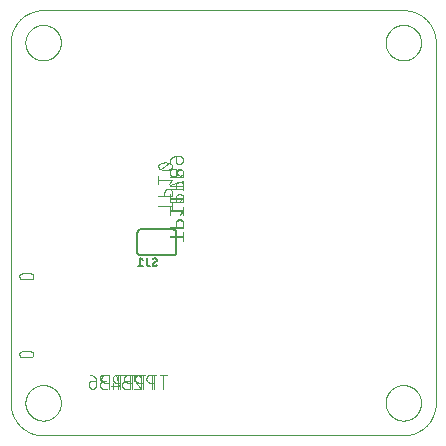
<source format=gbo>
G75*
%MOIN*%
%OFA0B0*%
%FSLAX25Y25*%
%IPPOS*%
%LPD*%
%AMOC8*
5,1,8,0,0,1.08239X$1,22.5*
%
%ADD10C,0.00000*%
%ADD11C,0.00800*%
%ADD12C,0.00600*%
%ADD13C,0.00400*%
%ADD14C,0.00039*%
D10*
X0006040Y0013081D02*
X0006040Y0133159D01*
X0010961Y0133159D02*
X0010963Y0133312D01*
X0010969Y0133466D01*
X0010979Y0133619D01*
X0010993Y0133771D01*
X0011011Y0133924D01*
X0011033Y0134075D01*
X0011058Y0134226D01*
X0011088Y0134377D01*
X0011122Y0134527D01*
X0011159Y0134675D01*
X0011200Y0134823D01*
X0011245Y0134969D01*
X0011294Y0135115D01*
X0011347Y0135259D01*
X0011403Y0135401D01*
X0011463Y0135542D01*
X0011527Y0135682D01*
X0011594Y0135820D01*
X0011665Y0135956D01*
X0011740Y0136090D01*
X0011817Y0136222D01*
X0011899Y0136352D01*
X0011983Y0136480D01*
X0012071Y0136606D01*
X0012162Y0136729D01*
X0012256Y0136850D01*
X0012354Y0136968D01*
X0012454Y0137084D01*
X0012558Y0137197D01*
X0012664Y0137308D01*
X0012773Y0137416D01*
X0012885Y0137521D01*
X0012999Y0137622D01*
X0013117Y0137721D01*
X0013236Y0137817D01*
X0013358Y0137910D01*
X0013483Y0137999D01*
X0013610Y0138086D01*
X0013739Y0138168D01*
X0013870Y0138248D01*
X0014003Y0138324D01*
X0014138Y0138397D01*
X0014275Y0138466D01*
X0014414Y0138531D01*
X0014554Y0138593D01*
X0014696Y0138651D01*
X0014839Y0138706D01*
X0014984Y0138757D01*
X0015130Y0138804D01*
X0015277Y0138847D01*
X0015425Y0138886D01*
X0015574Y0138922D01*
X0015724Y0138953D01*
X0015875Y0138981D01*
X0016026Y0139005D01*
X0016179Y0139025D01*
X0016331Y0139041D01*
X0016484Y0139053D01*
X0016637Y0139061D01*
X0016790Y0139065D01*
X0016944Y0139065D01*
X0017097Y0139061D01*
X0017250Y0139053D01*
X0017403Y0139041D01*
X0017555Y0139025D01*
X0017708Y0139005D01*
X0017859Y0138981D01*
X0018010Y0138953D01*
X0018160Y0138922D01*
X0018309Y0138886D01*
X0018457Y0138847D01*
X0018604Y0138804D01*
X0018750Y0138757D01*
X0018895Y0138706D01*
X0019038Y0138651D01*
X0019180Y0138593D01*
X0019320Y0138531D01*
X0019459Y0138466D01*
X0019596Y0138397D01*
X0019731Y0138324D01*
X0019864Y0138248D01*
X0019995Y0138168D01*
X0020124Y0138086D01*
X0020251Y0137999D01*
X0020376Y0137910D01*
X0020498Y0137817D01*
X0020617Y0137721D01*
X0020735Y0137622D01*
X0020849Y0137521D01*
X0020961Y0137416D01*
X0021070Y0137308D01*
X0021176Y0137197D01*
X0021280Y0137084D01*
X0021380Y0136968D01*
X0021478Y0136850D01*
X0021572Y0136729D01*
X0021663Y0136606D01*
X0021751Y0136480D01*
X0021835Y0136352D01*
X0021917Y0136222D01*
X0021994Y0136090D01*
X0022069Y0135956D01*
X0022140Y0135820D01*
X0022207Y0135682D01*
X0022271Y0135542D01*
X0022331Y0135401D01*
X0022387Y0135259D01*
X0022440Y0135115D01*
X0022489Y0134969D01*
X0022534Y0134823D01*
X0022575Y0134675D01*
X0022612Y0134527D01*
X0022646Y0134377D01*
X0022676Y0134226D01*
X0022701Y0134075D01*
X0022723Y0133924D01*
X0022741Y0133771D01*
X0022755Y0133619D01*
X0022765Y0133466D01*
X0022771Y0133312D01*
X0022773Y0133159D01*
X0022771Y0133006D01*
X0022765Y0132852D01*
X0022755Y0132699D01*
X0022741Y0132547D01*
X0022723Y0132394D01*
X0022701Y0132243D01*
X0022676Y0132092D01*
X0022646Y0131941D01*
X0022612Y0131791D01*
X0022575Y0131643D01*
X0022534Y0131495D01*
X0022489Y0131349D01*
X0022440Y0131203D01*
X0022387Y0131059D01*
X0022331Y0130917D01*
X0022271Y0130776D01*
X0022207Y0130636D01*
X0022140Y0130498D01*
X0022069Y0130362D01*
X0021994Y0130228D01*
X0021917Y0130096D01*
X0021835Y0129966D01*
X0021751Y0129838D01*
X0021663Y0129712D01*
X0021572Y0129589D01*
X0021478Y0129468D01*
X0021380Y0129350D01*
X0021280Y0129234D01*
X0021176Y0129121D01*
X0021070Y0129010D01*
X0020961Y0128902D01*
X0020849Y0128797D01*
X0020735Y0128696D01*
X0020617Y0128597D01*
X0020498Y0128501D01*
X0020376Y0128408D01*
X0020251Y0128319D01*
X0020124Y0128232D01*
X0019995Y0128150D01*
X0019864Y0128070D01*
X0019731Y0127994D01*
X0019596Y0127921D01*
X0019459Y0127852D01*
X0019320Y0127787D01*
X0019180Y0127725D01*
X0019038Y0127667D01*
X0018895Y0127612D01*
X0018750Y0127561D01*
X0018604Y0127514D01*
X0018457Y0127471D01*
X0018309Y0127432D01*
X0018160Y0127396D01*
X0018010Y0127365D01*
X0017859Y0127337D01*
X0017708Y0127313D01*
X0017555Y0127293D01*
X0017403Y0127277D01*
X0017250Y0127265D01*
X0017097Y0127257D01*
X0016944Y0127253D01*
X0016790Y0127253D01*
X0016637Y0127257D01*
X0016484Y0127265D01*
X0016331Y0127277D01*
X0016179Y0127293D01*
X0016026Y0127313D01*
X0015875Y0127337D01*
X0015724Y0127365D01*
X0015574Y0127396D01*
X0015425Y0127432D01*
X0015277Y0127471D01*
X0015130Y0127514D01*
X0014984Y0127561D01*
X0014839Y0127612D01*
X0014696Y0127667D01*
X0014554Y0127725D01*
X0014414Y0127787D01*
X0014275Y0127852D01*
X0014138Y0127921D01*
X0014003Y0127994D01*
X0013870Y0128070D01*
X0013739Y0128150D01*
X0013610Y0128232D01*
X0013483Y0128319D01*
X0013358Y0128408D01*
X0013236Y0128501D01*
X0013117Y0128597D01*
X0012999Y0128696D01*
X0012885Y0128797D01*
X0012773Y0128902D01*
X0012664Y0129010D01*
X0012558Y0129121D01*
X0012454Y0129234D01*
X0012354Y0129350D01*
X0012256Y0129468D01*
X0012162Y0129589D01*
X0012071Y0129712D01*
X0011983Y0129838D01*
X0011899Y0129966D01*
X0011817Y0130096D01*
X0011740Y0130228D01*
X0011665Y0130362D01*
X0011594Y0130498D01*
X0011527Y0130636D01*
X0011463Y0130776D01*
X0011403Y0130917D01*
X0011347Y0131059D01*
X0011294Y0131203D01*
X0011245Y0131349D01*
X0011200Y0131495D01*
X0011159Y0131643D01*
X0011122Y0131791D01*
X0011088Y0131941D01*
X0011058Y0132092D01*
X0011033Y0132243D01*
X0011011Y0132394D01*
X0010993Y0132547D01*
X0010979Y0132699D01*
X0010969Y0132852D01*
X0010963Y0133006D01*
X0010961Y0133159D01*
X0006040Y0133159D02*
X0006043Y0133421D01*
X0006053Y0133682D01*
X0006068Y0133943D01*
X0006091Y0134204D01*
X0006119Y0134464D01*
X0006154Y0134723D01*
X0006195Y0134982D01*
X0006242Y0135239D01*
X0006295Y0135495D01*
X0006355Y0135750D01*
X0006420Y0136003D01*
X0006492Y0136255D01*
X0006570Y0136505D01*
X0006654Y0136753D01*
X0006744Y0136998D01*
X0006839Y0137242D01*
X0006941Y0137483D01*
X0007048Y0137722D01*
X0007161Y0137957D01*
X0007280Y0138191D01*
X0007405Y0138421D01*
X0007534Y0138648D01*
X0007670Y0138872D01*
X0007811Y0139092D01*
X0007957Y0139309D01*
X0008108Y0139523D01*
X0008264Y0139733D01*
X0008425Y0139939D01*
X0008592Y0140141D01*
X0008763Y0140339D01*
X0008939Y0140532D01*
X0009119Y0140722D01*
X0009304Y0140907D01*
X0009494Y0141087D01*
X0009687Y0141263D01*
X0009885Y0141434D01*
X0010087Y0141601D01*
X0010293Y0141762D01*
X0010503Y0141918D01*
X0010717Y0142069D01*
X0010934Y0142215D01*
X0011154Y0142356D01*
X0011378Y0142492D01*
X0011605Y0142621D01*
X0011835Y0142746D01*
X0012069Y0142865D01*
X0012304Y0142978D01*
X0012543Y0143085D01*
X0012784Y0143187D01*
X0013028Y0143282D01*
X0013273Y0143372D01*
X0013521Y0143456D01*
X0013771Y0143534D01*
X0014023Y0143606D01*
X0014276Y0143671D01*
X0014531Y0143731D01*
X0014787Y0143784D01*
X0015044Y0143831D01*
X0015303Y0143872D01*
X0015562Y0143907D01*
X0015822Y0143935D01*
X0016083Y0143958D01*
X0016344Y0143973D01*
X0016605Y0143983D01*
X0016867Y0143986D01*
X0136946Y0143986D01*
X0131040Y0133159D02*
X0131042Y0133312D01*
X0131048Y0133466D01*
X0131058Y0133619D01*
X0131072Y0133771D01*
X0131090Y0133924D01*
X0131112Y0134075D01*
X0131137Y0134226D01*
X0131167Y0134377D01*
X0131201Y0134527D01*
X0131238Y0134675D01*
X0131279Y0134823D01*
X0131324Y0134969D01*
X0131373Y0135115D01*
X0131426Y0135259D01*
X0131482Y0135401D01*
X0131542Y0135542D01*
X0131606Y0135682D01*
X0131673Y0135820D01*
X0131744Y0135956D01*
X0131819Y0136090D01*
X0131896Y0136222D01*
X0131978Y0136352D01*
X0132062Y0136480D01*
X0132150Y0136606D01*
X0132241Y0136729D01*
X0132335Y0136850D01*
X0132433Y0136968D01*
X0132533Y0137084D01*
X0132637Y0137197D01*
X0132743Y0137308D01*
X0132852Y0137416D01*
X0132964Y0137521D01*
X0133078Y0137622D01*
X0133196Y0137721D01*
X0133315Y0137817D01*
X0133437Y0137910D01*
X0133562Y0137999D01*
X0133689Y0138086D01*
X0133818Y0138168D01*
X0133949Y0138248D01*
X0134082Y0138324D01*
X0134217Y0138397D01*
X0134354Y0138466D01*
X0134493Y0138531D01*
X0134633Y0138593D01*
X0134775Y0138651D01*
X0134918Y0138706D01*
X0135063Y0138757D01*
X0135209Y0138804D01*
X0135356Y0138847D01*
X0135504Y0138886D01*
X0135653Y0138922D01*
X0135803Y0138953D01*
X0135954Y0138981D01*
X0136105Y0139005D01*
X0136258Y0139025D01*
X0136410Y0139041D01*
X0136563Y0139053D01*
X0136716Y0139061D01*
X0136869Y0139065D01*
X0137023Y0139065D01*
X0137176Y0139061D01*
X0137329Y0139053D01*
X0137482Y0139041D01*
X0137634Y0139025D01*
X0137787Y0139005D01*
X0137938Y0138981D01*
X0138089Y0138953D01*
X0138239Y0138922D01*
X0138388Y0138886D01*
X0138536Y0138847D01*
X0138683Y0138804D01*
X0138829Y0138757D01*
X0138974Y0138706D01*
X0139117Y0138651D01*
X0139259Y0138593D01*
X0139399Y0138531D01*
X0139538Y0138466D01*
X0139675Y0138397D01*
X0139810Y0138324D01*
X0139943Y0138248D01*
X0140074Y0138168D01*
X0140203Y0138086D01*
X0140330Y0137999D01*
X0140455Y0137910D01*
X0140577Y0137817D01*
X0140696Y0137721D01*
X0140814Y0137622D01*
X0140928Y0137521D01*
X0141040Y0137416D01*
X0141149Y0137308D01*
X0141255Y0137197D01*
X0141359Y0137084D01*
X0141459Y0136968D01*
X0141557Y0136850D01*
X0141651Y0136729D01*
X0141742Y0136606D01*
X0141830Y0136480D01*
X0141914Y0136352D01*
X0141996Y0136222D01*
X0142073Y0136090D01*
X0142148Y0135956D01*
X0142219Y0135820D01*
X0142286Y0135682D01*
X0142350Y0135542D01*
X0142410Y0135401D01*
X0142466Y0135259D01*
X0142519Y0135115D01*
X0142568Y0134969D01*
X0142613Y0134823D01*
X0142654Y0134675D01*
X0142691Y0134527D01*
X0142725Y0134377D01*
X0142755Y0134226D01*
X0142780Y0134075D01*
X0142802Y0133924D01*
X0142820Y0133771D01*
X0142834Y0133619D01*
X0142844Y0133466D01*
X0142850Y0133312D01*
X0142852Y0133159D01*
X0142850Y0133006D01*
X0142844Y0132852D01*
X0142834Y0132699D01*
X0142820Y0132547D01*
X0142802Y0132394D01*
X0142780Y0132243D01*
X0142755Y0132092D01*
X0142725Y0131941D01*
X0142691Y0131791D01*
X0142654Y0131643D01*
X0142613Y0131495D01*
X0142568Y0131349D01*
X0142519Y0131203D01*
X0142466Y0131059D01*
X0142410Y0130917D01*
X0142350Y0130776D01*
X0142286Y0130636D01*
X0142219Y0130498D01*
X0142148Y0130362D01*
X0142073Y0130228D01*
X0141996Y0130096D01*
X0141914Y0129966D01*
X0141830Y0129838D01*
X0141742Y0129712D01*
X0141651Y0129589D01*
X0141557Y0129468D01*
X0141459Y0129350D01*
X0141359Y0129234D01*
X0141255Y0129121D01*
X0141149Y0129010D01*
X0141040Y0128902D01*
X0140928Y0128797D01*
X0140814Y0128696D01*
X0140696Y0128597D01*
X0140577Y0128501D01*
X0140455Y0128408D01*
X0140330Y0128319D01*
X0140203Y0128232D01*
X0140074Y0128150D01*
X0139943Y0128070D01*
X0139810Y0127994D01*
X0139675Y0127921D01*
X0139538Y0127852D01*
X0139399Y0127787D01*
X0139259Y0127725D01*
X0139117Y0127667D01*
X0138974Y0127612D01*
X0138829Y0127561D01*
X0138683Y0127514D01*
X0138536Y0127471D01*
X0138388Y0127432D01*
X0138239Y0127396D01*
X0138089Y0127365D01*
X0137938Y0127337D01*
X0137787Y0127313D01*
X0137634Y0127293D01*
X0137482Y0127277D01*
X0137329Y0127265D01*
X0137176Y0127257D01*
X0137023Y0127253D01*
X0136869Y0127253D01*
X0136716Y0127257D01*
X0136563Y0127265D01*
X0136410Y0127277D01*
X0136258Y0127293D01*
X0136105Y0127313D01*
X0135954Y0127337D01*
X0135803Y0127365D01*
X0135653Y0127396D01*
X0135504Y0127432D01*
X0135356Y0127471D01*
X0135209Y0127514D01*
X0135063Y0127561D01*
X0134918Y0127612D01*
X0134775Y0127667D01*
X0134633Y0127725D01*
X0134493Y0127787D01*
X0134354Y0127852D01*
X0134217Y0127921D01*
X0134082Y0127994D01*
X0133949Y0128070D01*
X0133818Y0128150D01*
X0133689Y0128232D01*
X0133562Y0128319D01*
X0133437Y0128408D01*
X0133315Y0128501D01*
X0133196Y0128597D01*
X0133078Y0128696D01*
X0132964Y0128797D01*
X0132852Y0128902D01*
X0132743Y0129010D01*
X0132637Y0129121D01*
X0132533Y0129234D01*
X0132433Y0129350D01*
X0132335Y0129468D01*
X0132241Y0129589D01*
X0132150Y0129712D01*
X0132062Y0129838D01*
X0131978Y0129966D01*
X0131896Y0130096D01*
X0131819Y0130228D01*
X0131744Y0130362D01*
X0131673Y0130498D01*
X0131606Y0130636D01*
X0131542Y0130776D01*
X0131482Y0130917D01*
X0131426Y0131059D01*
X0131373Y0131203D01*
X0131324Y0131349D01*
X0131279Y0131495D01*
X0131238Y0131643D01*
X0131201Y0131791D01*
X0131167Y0131941D01*
X0131137Y0132092D01*
X0131112Y0132243D01*
X0131090Y0132394D01*
X0131072Y0132547D01*
X0131058Y0132699D01*
X0131048Y0132852D01*
X0131042Y0133006D01*
X0131040Y0133159D01*
X0136946Y0143986D02*
X0137208Y0143983D01*
X0137469Y0143973D01*
X0137730Y0143958D01*
X0137991Y0143935D01*
X0138251Y0143907D01*
X0138510Y0143872D01*
X0138769Y0143831D01*
X0139026Y0143784D01*
X0139282Y0143731D01*
X0139537Y0143671D01*
X0139790Y0143606D01*
X0140042Y0143534D01*
X0140292Y0143456D01*
X0140540Y0143372D01*
X0140785Y0143282D01*
X0141029Y0143187D01*
X0141270Y0143085D01*
X0141509Y0142978D01*
X0141744Y0142865D01*
X0141978Y0142746D01*
X0142208Y0142621D01*
X0142435Y0142492D01*
X0142659Y0142356D01*
X0142879Y0142215D01*
X0143096Y0142069D01*
X0143310Y0141918D01*
X0143520Y0141762D01*
X0143726Y0141601D01*
X0143928Y0141434D01*
X0144126Y0141263D01*
X0144319Y0141087D01*
X0144509Y0140907D01*
X0144694Y0140722D01*
X0144874Y0140532D01*
X0145050Y0140339D01*
X0145221Y0140141D01*
X0145388Y0139939D01*
X0145549Y0139733D01*
X0145705Y0139523D01*
X0145856Y0139309D01*
X0146002Y0139092D01*
X0146143Y0138872D01*
X0146279Y0138648D01*
X0146408Y0138421D01*
X0146533Y0138191D01*
X0146652Y0137957D01*
X0146765Y0137722D01*
X0146872Y0137483D01*
X0146974Y0137242D01*
X0147069Y0136998D01*
X0147159Y0136753D01*
X0147243Y0136505D01*
X0147321Y0136255D01*
X0147393Y0136003D01*
X0147458Y0135750D01*
X0147518Y0135495D01*
X0147571Y0135239D01*
X0147618Y0134982D01*
X0147659Y0134723D01*
X0147694Y0134464D01*
X0147722Y0134204D01*
X0147745Y0133943D01*
X0147760Y0133682D01*
X0147770Y0133421D01*
X0147773Y0133159D01*
X0147772Y0133159D02*
X0147772Y0013081D01*
X0131040Y0013081D02*
X0131042Y0013234D01*
X0131048Y0013388D01*
X0131058Y0013541D01*
X0131072Y0013693D01*
X0131090Y0013846D01*
X0131112Y0013997D01*
X0131137Y0014148D01*
X0131167Y0014299D01*
X0131201Y0014449D01*
X0131238Y0014597D01*
X0131279Y0014745D01*
X0131324Y0014891D01*
X0131373Y0015037D01*
X0131426Y0015181D01*
X0131482Y0015323D01*
X0131542Y0015464D01*
X0131606Y0015604D01*
X0131673Y0015742D01*
X0131744Y0015878D01*
X0131819Y0016012D01*
X0131896Y0016144D01*
X0131978Y0016274D01*
X0132062Y0016402D01*
X0132150Y0016528D01*
X0132241Y0016651D01*
X0132335Y0016772D01*
X0132433Y0016890D01*
X0132533Y0017006D01*
X0132637Y0017119D01*
X0132743Y0017230D01*
X0132852Y0017338D01*
X0132964Y0017443D01*
X0133078Y0017544D01*
X0133196Y0017643D01*
X0133315Y0017739D01*
X0133437Y0017832D01*
X0133562Y0017921D01*
X0133689Y0018008D01*
X0133818Y0018090D01*
X0133949Y0018170D01*
X0134082Y0018246D01*
X0134217Y0018319D01*
X0134354Y0018388D01*
X0134493Y0018453D01*
X0134633Y0018515D01*
X0134775Y0018573D01*
X0134918Y0018628D01*
X0135063Y0018679D01*
X0135209Y0018726D01*
X0135356Y0018769D01*
X0135504Y0018808D01*
X0135653Y0018844D01*
X0135803Y0018875D01*
X0135954Y0018903D01*
X0136105Y0018927D01*
X0136258Y0018947D01*
X0136410Y0018963D01*
X0136563Y0018975D01*
X0136716Y0018983D01*
X0136869Y0018987D01*
X0137023Y0018987D01*
X0137176Y0018983D01*
X0137329Y0018975D01*
X0137482Y0018963D01*
X0137634Y0018947D01*
X0137787Y0018927D01*
X0137938Y0018903D01*
X0138089Y0018875D01*
X0138239Y0018844D01*
X0138388Y0018808D01*
X0138536Y0018769D01*
X0138683Y0018726D01*
X0138829Y0018679D01*
X0138974Y0018628D01*
X0139117Y0018573D01*
X0139259Y0018515D01*
X0139399Y0018453D01*
X0139538Y0018388D01*
X0139675Y0018319D01*
X0139810Y0018246D01*
X0139943Y0018170D01*
X0140074Y0018090D01*
X0140203Y0018008D01*
X0140330Y0017921D01*
X0140455Y0017832D01*
X0140577Y0017739D01*
X0140696Y0017643D01*
X0140814Y0017544D01*
X0140928Y0017443D01*
X0141040Y0017338D01*
X0141149Y0017230D01*
X0141255Y0017119D01*
X0141359Y0017006D01*
X0141459Y0016890D01*
X0141557Y0016772D01*
X0141651Y0016651D01*
X0141742Y0016528D01*
X0141830Y0016402D01*
X0141914Y0016274D01*
X0141996Y0016144D01*
X0142073Y0016012D01*
X0142148Y0015878D01*
X0142219Y0015742D01*
X0142286Y0015604D01*
X0142350Y0015464D01*
X0142410Y0015323D01*
X0142466Y0015181D01*
X0142519Y0015037D01*
X0142568Y0014891D01*
X0142613Y0014745D01*
X0142654Y0014597D01*
X0142691Y0014449D01*
X0142725Y0014299D01*
X0142755Y0014148D01*
X0142780Y0013997D01*
X0142802Y0013846D01*
X0142820Y0013693D01*
X0142834Y0013541D01*
X0142844Y0013388D01*
X0142850Y0013234D01*
X0142852Y0013081D01*
X0142850Y0012928D01*
X0142844Y0012774D01*
X0142834Y0012621D01*
X0142820Y0012469D01*
X0142802Y0012316D01*
X0142780Y0012165D01*
X0142755Y0012014D01*
X0142725Y0011863D01*
X0142691Y0011713D01*
X0142654Y0011565D01*
X0142613Y0011417D01*
X0142568Y0011271D01*
X0142519Y0011125D01*
X0142466Y0010981D01*
X0142410Y0010839D01*
X0142350Y0010698D01*
X0142286Y0010558D01*
X0142219Y0010420D01*
X0142148Y0010284D01*
X0142073Y0010150D01*
X0141996Y0010018D01*
X0141914Y0009888D01*
X0141830Y0009760D01*
X0141742Y0009634D01*
X0141651Y0009511D01*
X0141557Y0009390D01*
X0141459Y0009272D01*
X0141359Y0009156D01*
X0141255Y0009043D01*
X0141149Y0008932D01*
X0141040Y0008824D01*
X0140928Y0008719D01*
X0140814Y0008618D01*
X0140696Y0008519D01*
X0140577Y0008423D01*
X0140455Y0008330D01*
X0140330Y0008241D01*
X0140203Y0008154D01*
X0140074Y0008072D01*
X0139943Y0007992D01*
X0139810Y0007916D01*
X0139675Y0007843D01*
X0139538Y0007774D01*
X0139399Y0007709D01*
X0139259Y0007647D01*
X0139117Y0007589D01*
X0138974Y0007534D01*
X0138829Y0007483D01*
X0138683Y0007436D01*
X0138536Y0007393D01*
X0138388Y0007354D01*
X0138239Y0007318D01*
X0138089Y0007287D01*
X0137938Y0007259D01*
X0137787Y0007235D01*
X0137634Y0007215D01*
X0137482Y0007199D01*
X0137329Y0007187D01*
X0137176Y0007179D01*
X0137023Y0007175D01*
X0136869Y0007175D01*
X0136716Y0007179D01*
X0136563Y0007187D01*
X0136410Y0007199D01*
X0136258Y0007215D01*
X0136105Y0007235D01*
X0135954Y0007259D01*
X0135803Y0007287D01*
X0135653Y0007318D01*
X0135504Y0007354D01*
X0135356Y0007393D01*
X0135209Y0007436D01*
X0135063Y0007483D01*
X0134918Y0007534D01*
X0134775Y0007589D01*
X0134633Y0007647D01*
X0134493Y0007709D01*
X0134354Y0007774D01*
X0134217Y0007843D01*
X0134082Y0007916D01*
X0133949Y0007992D01*
X0133818Y0008072D01*
X0133689Y0008154D01*
X0133562Y0008241D01*
X0133437Y0008330D01*
X0133315Y0008423D01*
X0133196Y0008519D01*
X0133078Y0008618D01*
X0132964Y0008719D01*
X0132852Y0008824D01*
X0132743Y0008932D01*
X0132637Y0009043D01*
X0132533Y0009156D01*
X0132433Y0009272D01*
X0132335Y0009390D01*
X0132241Y0009511D01*
X0132150Y0009634D01*
X0132062Y0009760D01*
X0131978Y0009888D01*
X0131896Y0010018D01*
X0131819Y0010150D01*
X0131744Y0010284D01*
X0131673Y0010420D01*
X0131606Y0010558D01*
X0131542Y0010698D01*
X0131482Y0010839D01*
X0131426Y0010981D01*
X0131373Y0011125D01*
X0131324Y0011271D01*
X0131279Y0011417D01*
X0131238Y0011565D01*
X0131201Y0011713D01*
X0131167Y0011863D01*
X0131137Y0012014D01*
X0131112Y0012165D01*
X0131090Y0012316D01*
X0131072Y0012469D01*
X0131058Y0012621D01*
X0131048Y0012774D01*
X0131042Y0012928D01*
X0131040Y0013081D01*
X0136946Y0002254D02*
X0137208Y0002257D01*
X0137469Y0002267D01*
X0137730Y0002282D01*
X0137991Y0002305D01*
X0138251Y0002333D01*
X0138510Y0002368D01*
X0138769Y0002409D01*
X0139026Y0002456D01*
X0139282Y0002509D01*
X0139537Y0002569D01*
X0139790Y0002634D01*
X0140042Y0002706D01*
X0140292Y0002784D01*
X0140540Y0002868D01*
X0140785Y0002958D01*
X0141029Y0003053D01*
X0141270Y0003155D01*
X0141509Y0003262D01*
X0141744Y0003375D01*
X0141978Y0003494D01*
X0142208Y0003619D01*
X0142435Y0003748D01*
X0142659Y0003884D01*
X0142879Y0004025D01*
X0143096Y0004171D01*
X0143310Y0004322D01*
X0143520Y0004478D01*
X0143726Y0004639D01*
X0143928Y0004806D01*
X0144126Y0004977D01*
X0144319Y0005153D01*
X0144509Y0005333D01*
X0144694Y0005518D01*
X0144874Y0005708D01*
X0145050Y0005901D01*
X0145221Y0006099D01*
X0145388Y0006301D01*
X0145549Y0006507D01*
X0145705Y0006717D01*
X0145856Y0006931D01*
X0146002Y0007148D01*
X0146143Y0007368D01*
X0146279Y0007592D01*
X0146408Y0007819D01*
X0146533Y0008049D01*
X0146652Y0008283D01*
X0146765Y0008518D01*
X0146872Y0008757D01*
X0146974Y0008998D01*
X0147069Y0009242D01*
X0147159Y0009487D01*
X0147243Y0009735D01*
X0147321Y0009985D01*
X0147393Y0010237D01*
X0147458Y0010490D01*
X0147518Y0010745D01*
X0147571Y0011001D01*
X0147618Y0011258D01*
X0147659Y0011517D01*
X0147694Y0011776D01*
X0147722Y0012036D01*
X0147745Y0012297D01*
X0147760Y0012558D01*
X0147770Y0012819D01*
X0147773Y0013081D01*
X0136946Y0002254D02*
X0016867Y0002254D01*
X0010961Y0013081D02*
X0010963Y0013234D01*
X0010969Y0013388D01*
X0010979Y0013541D01*
X0010993Y0013693D01*
X0011011Y0013846D01*
X0011033Y0013997D01*
X0011058Y0014148D01*
X0011088Y0014299D01*
X0011122Y0014449D01*
X0011159Y0014597D01*
X0011200Y0014745D01*
X0011245Y0014891D01*
X0011294Y0015037D01*
X0011347Y0015181D01*
X0011403Y0015323D01*
X0011463Y0015464D01*
X0011527Y0015604D01*
X0011594Y0015742D01*
X0011665Y0015878D01*
X0011740Y0016012D01*
X0011817Y0016144D01*
X0011899Y0016274D01*
X0011983Y0016402D01*
X0012071Y0016528D01*
X0012162Y0016651D01*
X0012256Y0016772D01*
X0012354Y0016890D01*
X0012454Y0017006D01*
X0012558Y0017119D01*
X0012664Y0017230D01*
X0012773Y0017338D01*
X0012885Y0017443D01*
X0012999Y0017544D01*
X0013117Y0017643D01*
X0013236Y0017739D01*
X0013358Y0017832D01*
X0013483Y0017921D01*
X0013610Y0018008D01*
X0013739Y0018090D01*
X0013870Y0018170D01*
X0014003Y0018246D01*
X0014138Y0018319D01*
X0014275Y0018388D01*
X0014414Y0018453D01*
X0014554Y0018515D01*
X0014696Y0018573D01*
X0014839Y0018628D01*
X0014984Y0018679D01*
X0015130Y0018726D01*
X0015277Y0018769D01*
X0015425Y0018808D01*
X0015574Y0018844D01*
X0015724Y0018875D01*
X0015875Y0018903D01*
X0016026Y0018927D01*
X0016179Y0018947D01*
X0016331Y0018963D01*
X0016484Y0018975D01*
X0016637Y0018983D01*
X0016790Y0018987D01*
X0016944Y0018987D01*
X0017097Y0018983D01*
X0017250Y0018975D01*
X0017403Y0018963D01*
X0017555Y0018947D01*
X0017708Y0018927D01*
X0017859Y0018903D01*
X0018010Y0018875D01*
X0018160Y0018844D01*
X0018309Y0018808D01*
X0018457Y0018769D01*
X0018604Y0018726D01*
X0018750Y0018679D01*
X0018895Y0018628D01*
X0019038Y0018573D01*
X0019180Y0018515D01*
X0019320Y0018453D01*
X0019459Y0018388D01*
X0019596Y0018319D01*
X0019731Y0018246D01*
X0019864Y0018170D01*
X0019995Y0018090D01*
X0020124Y0018008D01*
X0020251Y0017921D01*
X0020376Y0017832D01*
X0020498Y0017739D01*
X0020617Y0017643D01*
X0020735Y0017544D01*
X0020849Y0017443D01*
X0020961Y0017338D01*
X0021070Y0017230D01*
X0021176Y0017119D01*
X0021280Y0017006D01*
X0021380Y0016890D01*
X0021478Y0016772D01*
X0021572Y0016651D01*
X0021663Y0016528D01*
X0021751Y0016402D01*
X0021835Y0016274D01*
X0021917Y0016144D01*
X0021994Y0016012D01*
X0022069Y0015878D01*
X0022140Y0015742D01*
X0022207Y0015604D01*
X0022271Y0015464D01*
X0022331Y0015323D01*
X0022387Y0015181D01*
X0022440Y0015037D01*
X0022489Y0014891D01*
X0022534Y0014745D01*
X0022575Y0014597D01*
X0022612Y0014449D01*
X0022646Y0014299D01*
X0022676Y0014148D01*
X0022701Y0013997D01*
X0022723Y0013846D01*
X0022741Y0013693D01*
X0022755Y0013541D01*
X0022765Y0013388D01*
X0022771Y0013234D01*
X0022773Y0013081D01*
X0022771Y0012928D01*
X0022765Y0012774D01*
X0022755Y0012621D01*
X0022741Y0012469D01*
X0022723Y0012316D01*
X0022701Y0012165D01*
X0022676Y0012014D01*
X0022646Y0011863D01*
X0022612Y0011713D01*
X0022575Y0011565D01*
X0022534Y0011417D01*
X0022489Y0011271D01*
X0022440Y0011125D01*
X0022387Y0010981D01*
X0022331Y0010839D01*
X0022271Y0010698D01*
X0022207Y0010558D01*
X0022140Y0010420D01*
X0022069Y0010284D01*
X0021994Y0010150D01*
X0021917Y0010018D01*
X0021835Y0009888D01*
X0021751Y0009760D01*
X0021663Y0009634D01*
X0021572Y0009511D01*
X0021478Y0009390D01*
X0021380Y0009272D01*
X0021280Y0009156D01*
X0021176Y0009043D01*
X0021070Y0008932D01*
X0020961Y0008824D01*
X0020849Y0008719D01*
X0020735Y0008618D01*
X0020617Y0008519D01*
X0020498Y0008423D01*
X0020376Y0008330D01*
X0020251Y0008241D01*
X0020124Y0008154D01*
X0019995Y0008072D01*
X0019864Y0007992D01*
X0019731Y0007916D01*
X0019596Y0007843D01*
X0019459Y0007774D01*
X0019320Y0007709D01*
X0019180Y0007647D01*
X0019038Y0007589D01*
X0018895Y0007534D01*
X0018750Y0007483D01*
X0018604Y0007436D01*
X0018457Y0007393D01*
X0018309Y0007354D01*
X0018160Y0007318D01*
X0018010Y0007287D01*
X0017859Y0007259D01*
X0017708Y0007235D01*
X0017555Y0007215D01*
X0017403Y0007199D01*
X0017250Y0007187D01*
X0017097Y0007179D01*
X0016944Y0007175D01*
X0016790Y0007175D01*
X0016637Y0007179D01*
X0016484Y0007187D01*
X0016331Y0007199D01*
X0016179Y0007215D01*
X0016026Y0007235D01*
X0015875Y0007259D01*
X0015724Y0007287D01*
X0015574Y0007318D01*
X0015425Y0007354D01*
X0015277Y0007393D01*
X0015130Y0007436D01*
X0014984Y0007483D01*
X0014839Y0007534D01*
X0014696Y0007589D01*
X0014554Y0007647D01*
X0014414Y0007709D01*
X0014275Y0007774D01*
X0014138Y0007843D01*
X0014003Y0007916D01*
X0013870Y0007992D01*
X0013739Y0008072D01*
X0013610Y0008154D01*
X0013483Y0008241D01*
X0013358Y0008330D01*
X0013236Y0008423D01*
X0013117Y0008519D01*
X0012999Y0008618D01*
X0012885Y0008719D01*
X0012773Y0008824D01*
X0012664Y0008932D01*
X0012558Y0009043D01*
X0012454Y0009156D01*
X0012354Y0009272D01*
X0012256Y0009390D01*
X0012162Y0009511D01*
X0012071Y0009634D01*
X0011983Y0009760D01*
X0011899Y0009888D01*
X0011817Y0010018D01*
X0011740Y0010150D01*
X0011665Y0010284D01*
X0011594Y0010420D01*
X0011527Y0010558D01*
X0011463Y0010698D01*
X0011403Y0010839D01*
X0011347Y0010981D01*
X0011294Y0011125D01*
X0011245Y0011271D01*
X0011200Y0011417D01*
X0011159Y0011565D01*
X0011122Y0011713D01*
X0011088Y0011863D01*
X0011058Y0012014D01*
X0011033Y0012165D01*
X0011011Y0012316D01*
X0010993Y0012469D01*
X0010979Y0012621D01*
X0010969Y0012774D01*
X0010963Y0012928D01*
X0010961Y0013081D01*
X0006040Y0013081D02*
X0006043Y0012819D01*
X0006053Y0012558D01*
X0006068Y0012297D01*
X0006091Y0012036D01*
X0006119Y0011776D01*
X0006154Y0011517D01*
X0006195Y0011258D01*
X0006242Y0011001D01*
X0006295Y0010745D01*
X0006355Y0010490D01*
X0006420Y0010237D01*
X0006492Y0009985D01*
X0006570Y0009735D01*
X0006654Y0009487D01*
X0006744Y0009242D01*
X0006839Y0008998D01*
X0006941Y0008757D01*
X0007048Y0008518D01*
X0007161Y0008283D01*
X0007280Y0008049D01*
X0007405Y0007819D01*
X0007534Y0007592D01*
X0007670Y0007368D01*
X0007811Y0007148D01*
X0007957Y0006931D01*
X0008108Y0006717D01*
X0008264Y0006507D01*
X0008425Y0006301D01*
X0008592Y0006099D01*
X0008763Y0005901D01*
X0008939Y0005708D01*
X0009119Y0005518D01*
X0009304Y0005333D01*
X0009494Y0005153D01*
X0009687Y0004977D01*
X0009885Y0004806D01*
X0010087Y0004639D01*
X0010293Y0004478D01*
X0010503Y0004322D01*
X0010717Y0004171D01*
X0010934Y0004025D01*
X0011154Y0003884D01*
X0011378Y0003748D01*
X0011605Y0003619D01*
X0011835Y0003494D01*
X0012069Y0003375D01*
X0012304Y0003262D01*
X0012543Y0003155D01*
X0012784Y0003053D01*
X0013028Y0002958D01*
X0013273Y0002868D01*
X0013521Y0002784D01*
X0013771Y0002706D01*
X0014023Y0002634D01*
X0014276Y0002569D01*
X0014531Y0002509D01*
X0014787Y0002456D01*
X0015044Y0002409D01*
X0015303Y0002368D01*
X0015562Y0002333D01*
X0015822Y0002305D01*
X0016083Y0002282D01*
X0016344Y0002267D01*
X0016605Y0002257D01*
X0016867Y0002254D01*
D11*
X0049290Y0062404D02*
X0060290Y0062404D01*
X0060350Y0062406D01*
X0060411Y0062411D01*
X0060470Y0062420D01*
X0060529Y0062433D01*
X0060588Y0062449D01*
X0060645Y0062469D01*
X0060700Y0062492D01*
X0060755Y0062519D01*
X0060807Y0062548D01*
X0060858Y0062581D01*
X0060907Y0062617D01*
X0060953Y0062655D01*
X0060997Y0062697D01*
X0061039Y0062741D01*
X0061077Y0062787D01*
X0061113Y0062836D01*
X0061146Y0062887D01*
X0061175Y0062939D01*
X0061202Y0062994D01*
X0061225Y0063049D01*
X0061245Y0063106D01*
X0061261Y0063165D01*
X0061274Y0063224D01*
X0061283Y0063283D01*
X0061288Y0063344D01*
X0061290Y0063404D01*
X0061290Y0069904D01*
X0061288Y0069964D01*
X0061283Y0070025D01*
X0061274Y0070084D01*
X0061261Y0070143D01*
X0061245Y0070202D01*
X0061225Y0070259D01*
X0061202Y0070314D01*
X0061175Y0070369D01*
X0061146Y0070421D01*
X0061113Y0070472D01*
X0061077Y0070521D01*
X0061039Y0070567D01*
X0060997Y0070611D01*
X0060953Y0070653D01*
X0060907Y0070691D01*
X0060858Y0070727D01*
X0060807Y0070760D01*
X0060755Y0070789D01*
X0060700Y0070816D01*
X0060645Y0070839D01*
X0060588Y0070859D01*
X0060529Y0070875D01*
X0060470Y0070888D01*
X0060411Y0070897D01*
X0060350Y0070902D01*
X0060290Y0070904D01*
X0049290Y0070904D01*
X0049230Y0070902D01*
X0049169Y0070897D01*
X0049110Y0070888D01*
X0049051Y0070875D01*
X0048992Y0070859D01*
X0048935Y0070839D01*
X0048880Y0070816D01*
X0048825Y0070789D01*
X0048773Y0070760D01*
X0048722Y0070727D01*
X0048673Y0070691D01*
X0048627Y0070653D01*
X0048583Y0070611D01*
X0048541Y0070567D01*
X0048503Y0070521D01*
X0048467Y0070472D01*
X0048434Y0070421D01*
X0048405Y0070369D01*
X0048378Y0070314D01*
X0048355Y0070259D01*
X0048335Y0070202D01*
X0048319Y0070143D01*
X0048306Y0070084D01*
X0048297Y0070025D01*
X0048292Y0069964D01*
X0048290Y0069904D01*
X0048290Y0063404D01*
X0048292Y0063344D01*
X0048297Y0063283D01*
X0048306Y0063224D01*
X0048319Y0063165D01*
X0048335Y0063106D01*
X0048355Y0063049D01*
X0048378Y0062994D01*
X0048405Y0062939D01*
X0048434Y0062887D01*
X0048467Y0062836D01*
X0048503Y0062787D01*
X0048541Y0062741D01*
X0048583Y0062697D01*
X0048627Y0062655D01*
X0048673Y0062617D01*
X0048722Y0062581D01*
X0048773Y0062548D01*
X0048825Y0062519D01*
X0048880Y0062492D01*
X0048935Y0062469D01*
X0048992Y0062449D01*
X0049051Y0062433D01*
X0049110Y0062420D01*
X0049169Y0062411D01*
X0049230Y0062406D01*
X0049290Y0062404D01*
D12*
X0049312Y0061354D02*
X0049312Y0058754D01*
X0050034Y0058754D02*
X0048590Y0058754D01*
X0050034Y0060776D02*
X0049312Y0061354D01*
X0051546Y0061354D02*
X0051546Y0059331D01*
X0051548Y0059286D01*
X0051553Y0059241D01*
X0051562Y0059196D01*
X0051574Y0059152D01*
X0051590Y0059110D01*
X0051609Y0059069D01*
X0051631Y0059029D01*
X0051656Y0058991D01*
X0051684Y0058956D01*
X0051715Y0058922D01*
X0051749Y0058891D01*
X0051784Y0058863D01*
X0051822Y0058838D01*
X0051862Y0058816D01*
X0051903Y0058797D01*
X0051945Y0058781D01*
X0051989Y0058769D01*
X0052034Y0058760D01*
X0052079Y0058755D01*
X0052124Y0058753D01*
X0052124Y0058754D02*
X0052413Y0058754D01*
X0053390Y0059331D02*
X0053392Y0059286D01*
X0053397Y0059241D01*
X0053406Y0059196D01*
X0053418Y0059152D01*
X0053434Y0059110D01*
X0053453Y0059069D01*
X0053475Y0059029D01*
X0053500Y0058991D01*
X0053528Y0058956D01*
X0053559Y0058922D01*
X0053593Y0058891D01*
X0053628Y0058863D01*
X0053666Y0058838D01*
X0053706Y0058816D01*
X0053747Y0058797D01*
X0053789Y0058781D01*
X0053833Y0058769D01*
X0053878Y0058760D01*
X0053923Y0058755D01*
X0053968Y0058753D01*
X0053390Y0059331D02*
X0053392Y0059378D01*
X0053397Y0059424D01*
X0053407Y0059470D01*
X0053420Y0059515D01*
X0053436Y0059559D01*
X0053456Y0059602D01*
X0053479Y0059642D01*
X0053506Y0059681D01*
X0053535Y0059718D01*
X0053567Y0059752D01*
X0053602Y0059783D01*
X0053640Y0059811D01*
X0053679Y0059837D01*
X0054473Y0060270D01*
X0054184Y0061353D02*
X0054121Y0061351D01*
X0054058Y0061346D01*
X0053995Y0061336D01*
X0053933Y0061323D01*
X0053872Y0061307D01*
X0053812Y0061287D01*
X0053753Y0061263D01*
X0053695Y0061237D01*
X0053640Y0061206D01*
X0053586Y0061173D01*
X0053534Y0061136D01*
X0054473Y0060270D02*
X0054512Y0060296D01*
X0054550Y0060324D01*
X0054585Y0060355D01*
X0054617Y0060389D01*
X0054646Y0060426D01*
X0054673Y0060465D01*
X0054696Y0060505D01*
X0054716Y0060548D01*
X0054732Y0060592D01*
X0054745Y0060637D01*
X0054755Y0060683D01*
X0054760Y0060729D01*
X0054762Y0060776D01*
X0054760Y0060821D01*
X0054755Y0060866D01*
X0054746Y0060911D01*
X0054734Y0060955D01*
X0054718Y0060997D01*
X0054699Y0061038D01*
X0054677Y0061078D01*
X0054652Y0061116D01*
X0054624Y0061151D01*
X0054593Y0061185D01*
X0054559Y0061216D01*
X0054524Y0061244D01*
X0054486Y0061269D01*
X0054446Y0061291D01*
X0054405Y0061310D01*
X0054363Y0061326D01*
X0054319Y0061338D01*
X0054274Y0061347D01*
X0054229Y0061352D01*
X0054184Y0061354D01*
X0054835Y0059114D02*
X0054785Y0059067D01*
X0054733Y0059022D01*
X0054678Y0058981D01*
X0054621Y0058942D01*
X0054561Y0058907D01*
X0054500Y0058875D01*
X0054438Y0058847D01*
X0054373Y0058822D01*
X0054308Y0058801D01*
X0054241Y0058784D01*
X0054174Y0058770D01*
X0054105Y0058761D01*
X0054037Y0058755D01*
X0053968Y0058753D01*
D13*
X0063613Y0067029D02*
X0063613Y0069584D01*
X0063613Y0069909D02*
X0063613Y0067354D01*
X0063613Y0068307D02*
X0059013Y0068307D01*
X0059013Y0068631D02*
X0063613Y0068631D01*
X0063613Y0071445D02*
X0063613Y0072723D01*
X0063613Y0073048D02*
X0063613Y0071770D01*
X0059013Y0071770D01*
X0059013Y0071445D02*
X0063613Y0071445D01*
X0063613Y0072723D02*
X0063611Y0072793D01*
X0063605Y0072864D01*
X0063596Y0072933D01*
X0063582Y0073002D01*
X0063565Y0073071D01*
X0063544Y0073138D01*
X0063519Y0073204D01*
X0063491Y0073268D01*
X0063459Y0073331D01*
X0063424Y0073392D01*
X0063385Y0073451D01*
X0063344Y0073508D01*
X0063299Y0073562D01*
X0063251Y0073614D01*
X0063201Y0073663D01*
X0063147Y0073710D01*
X0063092Y0073753D01*
X0063034Y0073793D01*
X0062974Y0073830D01*
X0062912Y0073863D01*
X0062848Y0073893D01*
X0062783Y0073920D01*
X0062717Y0073943D01*
X0062649Y0073962D01*
X0062580Y0073977D01*
X0062511Y0073989D01*
X0062441Y0073997D01*
X0062370Y0074001D01*
X0062300Y0074001D01*
X0062229Y0073997D01*
X0062159Y0073989D01*
X0062090Y0073977D01*
X0062021Y0073962D01*
X0061953Y0073943D01*
X0061887Y0073920D01*
X0061822Y0073893D01*
X0061758Y0073863D01*
X0061696Y0073830D01*
X0061636Y0073793D01*
X0061578Y0073753D01*
X0061523Y0073710D01*
X0061469Y0073663D01*
X0061419Y0073614D01*
X0061371Y0073562D01*
X0061326Y0073508D01*
X0061285Y0073451D01*
X0061246Y0073392D01*
X0061211Y0073331D01*
X0061179Y0073268D01*
X0061151Y0073204D01*
X0061126Y0073138D01*
X0061105Y0073071D01*
X0061088Y0073002D01*
X0061074Y0072933D01*
X0061065Y0072864D01*
X0061059Y0072793D01*
X0061057Y0072723D01*
X0061057Y0071445D01*
X0061057Y0071770D02*
X0061057Y0073048D01*
X0061059Y0073118D01*
X0061065Y0073189D01*
X0061074Y0073258D01*
X0061088Y0073327D01*
X0061105Y0073396D01*
X0061126Y0073463D01*
X0061151Y0073529D01*
X0061179Y0073593D01*
X0061211Y0073656D01*
X0061246Y0073717D01*
X0061285Y0073776D01*
X0061326Y0073833D01*
X0061371Y0073887D01*
X0061419Y0073939D01*
X0061469Y0073988D01*
X0061523Y0074035D01*
X0061578Y0074078D01*
X0061636Y0074118D01*
X0061696Y0074155D01*
X0061758Y0074188D01*
X0061822Y0074218D01*
X0061887Y0074245D01*
X0061953Y0074268D01*
X0062021Y0074287D01*
X0062090Y0074302D01*
X0062159Y0074314D01*
X0062229Y0074322D01*
X0062300Y0074326D01*
X0062370Y0074326D01*
X0062441Y0074322D01*
X0062511Y0074314D01*
X0062580Y0074302D01*
X0062649Y0074287D01*
X0062717Y0074268D01*
X0062783Y0074245D01*
X0062848Y0074218D01*
X0062912Y0074188D01*
X0062974Y0074155D01*
X0063034Y0074118D01*
X0063092Y0074078D01*
X0063147Y0074035D01*
X0063201Y0073988D01*
X0063251Y0073939D01*
X0063299Y0073887D01*
X0063344Y0073833D01*
X0063385Y0073776D01*
X0063424Y0073717D01*
X0063459Y0073656D01*
X0063491Y0073593D01*
X0063519Y0073529D01*
X0063544Y0073463D01*
X0063565Y0073396D01*
X0063582Y0073327D01*
X0063596Y0073258D01*
X0063605Y0073189D01*
X0063611Y0073118D01*
X0063613Y0073048D01*
X0063613Y0075704D02*
X0063613Y0078259D01*
X0063613Y0077331D02*
X0059013Y0077331D01*
X0059013Y0077006D02*
X0063613Y0077006D01*
X0062591Y0075729D01*
X0062591Y0076054D02*
X0063613Y0077331D01*
X0063613Y0076982D02*
X0059013Y0076982D01*
X0059013Y0076054D02*
X0059013Y0078609D01*
X0059013Y0078284D02*
X0059013Y0075729D01*
X0059863Y0077480D02*
X0059863Y0080035D01*
X0059013Y0080121D02*
X0063613Y0080121D01*
X0063613Y0081398D01*
X0063613Y0081506D02*
X0059013Y0081506D01*
X0059013Y0081157D02*
X0063613Y0081157D01*
X0063613Y0081506D02*
X0062591Y0080229D01*
X0063613Y0079879D02*
X0063613Y0082435D01*
X0063613Y0084054D02*
X0063613Y0086610D01*
X0063613Y0086959D02*
X0059013Y0085682D01*
X0059013Y0085332D02*
X0063613Y0085332D01*
X0063613Y0085574D02*
X0063613Y0084296D01*
X0059013Y0084296D01*
X0059863Y0083174D02*
X0059861Y0083244D01*
X0059855Y0083315D01*
X0059846Y0083384D01*
X0059832Y0083453D01*
X0059815Y0083522D01*
X0059794Y0083589D01*
X0059769Y0083655D01*
X0059741Y0083719D01*
X0059709Y0083782D01*
X0059674Y0083843D01*
X0059635Y0083902D01*
X0059594Y0083959D01*
X0059549Y0084013D01*
X0059501Y0084065D01*
X0059451Y0084114D01*
X0059397Y0084161D01*
X0059342Y0084204D01*
X0059284Y0084244D01*
X0059224Y0084281D01*
X0059162Y0084314D01*
X0059098Y0084344D01*
X0059033Y0084371D01*
X0058967Y0084394D01*
X0058899Y0084413D01*
X0058830Y0084428D01*
X0058761Y0084440D01*
X0058691Y0084448D01*
X0058620Y0084452D01*
X0058550Y0084452D01*
X0058479Y0084448D01*
X0058409Y0084440D01*
X0058340Y0084428D01*
X0058271Y0084413D01*
X0058203Y0084394D01*
X0058137Y0084371D01*
X0058072Y0084344D01*
X0058008Y0084314D01*
X0057946Y0084281D01*
X0057886Y0084244D01*
X0057828Y0084204D01*
X0057773Y0084161D01*
X0057719Y0084114D01*
X0057669Y0084065D01*
X0057621Y0084013D01*
X0057576Y0083959D01*
X0057535Y0083902D01*
X0057496Y0083843D01*
X0057461Y0083782D01*
X0057429Y0083719D01*
X0057401Y0083655D01*
X0057376Y0083589D01*
X0057355Y0083522D01*
X0057338Y0083453D01*
X0057324Y0083384D01*
X0057315Y0083315D01*
X0057309Y0083244D01*
X0057307Y0083174D01*
X0057307Y0081896D01*
X0059013Y0082784D02*
X0059013Y0080229D01*
X0059863Y0078757D02*
X0055263Y0078757D01*
X0055263Y0081896D02*
X0059863Y0081896D01*
X0059863Y0083174D01*
X0061057Y0084296D02*
X0061057Y0085574D01*
X0061059Y0085644D01*
X0061065Y0085715D01*
X0061074Y0085784D01*
X0061088Y0085853D01*
X0061105Y0085922D01*
X0061126Y0085989D01*
X0061151Y0086055D01*
X0061179Y0086119D01*
X0061211Y0086182D01*
X0061246Y0086243D01*
X0061285Y0086302D01*
X0061326Y0086359D01*
X0061371Y0086413D01*
X0061419Y0086465D01*
X0061469Y0086514D01*
X0061523Y0086561D01*
X0061578Y0086604D01*
X0061636Y0086644D01*
X0061696Y0086681D01*
X0061758Y0086714D01*
X0061822Y0086744D01*
X0061887Y0086771D01*
X0061953Y0086794D01*
X0062021Y0086813D01*
X0062090Y0086828D01*
X0062159Y0086840D01*
X0062229Y0086848D01*
X0062300Y0086852D01*
X0062370Y0086852D01*
X0062441Y0086848D01*
X0062511Y0086840D01*
X0062580Y0086828D01*
X0062649Y0086813D01*
X0062717Y0086794D01*
X0062783Y0086771D01*
X0062848Y0086744D01*
X0062912Y0086714D01*
X0062974Y0086681D01*
X0063034Y0086644D01*
X0063092Y0086604D01*
X0063147Y0086561D01*
X0063201Y0086514D01*
X0063251Y0086465D01*
X0063299Y0086413D01*
X0063344Y0086359D01*
X0063385Y0086302D01*
X0063424Y0086243D01*
X0063459Y0086182D01*
X0063491Y0086119D01*
X0063519Y0086055D01*
X0063544Y0085989D01*
X0063565Y0085922D01*
X0063582Y0085853D01*
X0063596Y0085784D01*
X0063605Y0085715D01*
X0063611Y0085644D01*
X0063613Y0085574D01*
X0063613Y0084404D02*
X0063613Y0086959D01*
X0063613Y0088471D02*
X0063613Y0089749D01*
X0062591Y0088835D02*
X0062528Y0088837D01*
X0062465Y0088843D01*
X0062403Y0088852D01*
X0062342Y0088866D01*
X0062281Y0088883D01*
X0062222Y0088904D01*
X0062164Y0088929D01*
X0062107Y0088957D01*
X0062053Y0088988D01*
X0062001Y0089023D01*
X0061950Y0089061D01*
X0061902Y0089102D01*
X0061857Y0089146D01*
X0061815Y0089192D01*
X0061775Y0089241D01*
X0061739Y0089292D01*
X0061706Y0089346D01*
X0061676Y0089401D01*
X0061650Y0089459D01*
X0061627Y0089517D01*
X0061608Y0089577D01*
X0061593Y0089638D01*
X0061581Y0089700D01*
X0061573Y0089763D01*
X0061569Y0089826D01*
X0061569Y0089888D01*
X0061573Y0089951D01*
X0061581Y0090014D01*
X0061593Y0090076D01*
X0061608Y0090137D01*
X0061627Y0090197D01*
X0061650Y0090255D01*
X0061676Y0090313D01*
X0061706Y0090368D01*
X0061739Y0090422D01*
X0061775Y0090473D01*
X0061815Y0090522D01*
X0061857Y0090568D01*
X0061902Y0090612D01*
X0061950Y0090653D01*
X0062001Y0090691D01*
X0062053Y0090726D01*
X0062107Y0090757D01*
X0062164Y0090785D01*
X0062222Y0090810D01*
X0062281Y0090831D01*
X0062342Y0090848D01*
X0062403Y0090862D01*
X0062465Y0090871D01*
X0062528Y0090877D01*
X0062591Y0090879D01*
X0062654Y0090877D01*
X0062717Y0090871D01*
X0062779Y0090862D01*
X0062840Y0090848D01*
X0062901Y0090831D01*
X0062960Y0090810D01*
X0063018Y0090785D01*
X0063075Y0090757D01*
X0063129Y0090726D01*
X0063181Y0090691D01*
X0063232Y0090653D01*
X0063280Y0090612D01*
X0063325Y0090568D01*
X0063367Y0090522D01*
X0063407Y0090473D01*
X0063443Y0090422D01*
X0063476Y0090368D01*
X0063506Y0090313D01*
X0063532Y0090255D01*
X0063555Y0090197D01*
X0063574Y0090137D01*
X0063589Y0090076D01*
X0063601Y0090014D01*
X0063609Y0089951D01*
X0063613Y0089888D01*
X0063613Y0089826D01*
X0063609Y0089763D01*
X0063601Y0089700D01*
X0063589Y0089638D01*
X0063574Y0089577D01*
X0063555Y0089517D01*
X0063532Y0089459D01*
X0063506Y0089401D01*
X0063476Y0089346D01*
X0063443Y0089292D01*
X0063407Y0089241D01*
X0063367Y0089192D01*
X0063325Y0089146D01*
X0063280Y0089102D01*
X0063232Y0089061D01*
X0063181Y0089023D01*
X0063129Y0088988D01*
X0063075Y0088957D01*
X0063018Y0088929D01*
X0062960Y0088904D01*
X0062901Y0088883D01*
X0062840Y0088866D01*
X0062779Y0088852D01*
X0062717Y0088843D01*
X0062654Y0088837D01*
X0062591Y0088835D01*
X0063613Y0089749D02*
X0063611Y0089819D01*
X0063605Y0089890D01*
X0063596Y0089959D01*
X0063582Y0090028D01*
X0063565Y0090097D01*
X0063544Y0090164D01*
X0063519Y0090230D01*
X0063491Y0090294D01*
X0063459Y0090357D01*
X0063424Y0090418D01*
X0063385Y0090477D01*
X0063344Y0090534D01*
X0063299Y0090588D01*
X0063251Y0090640D01*
X0063201Y0090689D01*
X0063147Y0090736D01*
X0063092Y0090779D01*
X0063034Y0090819D01*
X0062974Y0090856D01*
X0062912Y0090889D01*
X0062848Y0090919D01*
X0062783Y0090946D01*
X0062717Y0090969D01*
X0062649Y0090988D01*
X0062580Y0091003D01*
X0062511Y0091015D01*
X0062441Y0091023D01*
X0062370Y0091027D01*
X0062300Y0091027D01*
X0062229Y0091023D01*
X0062159Y0091015D01*
X0062090Y0091003D01*
X0062021Y0090988D01*
X0061953Y0090969D01*
X0061887Y0090946D01*
X0061822Y0090919D01*
X0061758Y0090889D01*
X0061696Y0090856D01*
X0061636Y0090819D01*
X0061578Y0090779D01*
X0061523Y0090736D01*
X0061469Y0090689D01*
X0061419Y0090640D01*
X0061371Y0090588D01*
X0061326Y0090534D01*
X0061285Y0090477D01*
X0061246Y0090418D01*
X0061211Y0090357D01*
X0061179Y0090294D01*
X0061151Y0090230D01*
X0061126Y0090164D01*
X0061105Y0090097D01*
X0061088Y0090028D01*
X0061074Y0089959D01*
X0061065Y0089890D01*
X0061059Y0089819D01*
X0061057Y0089749D01*
X0061057Y0088471D01*
X0059863Y0087457D02*
X0055263Y0087457D01*
X0055263Y0086180D02*
X0055263Y0088735D01*
X0055902Y0092852D02*
X0056006Y0092900D01*
X0056111Y0092946D01*
X0056217Y0092988D01*
X0056325Y0093027D01*
X0056434Y0093063D01*
X0056544Y0093095D01*
X0056655Y0093125D01*
X0056767Y0093150D01*
X0056879Y0093173D01*
X0056992Y0093192D01*
X0057106Y0093207D01*
X0057220Y0093219D01*
X0057334Y0093228D01*
X0057448Y0093233D01*
X0057563Y0093235D01*
X0057563Y0090679D02*
X0057678Y0090681D01*
X0057792Y0090686D01*
X0057906Y0090695D01*
X0058020Y0090707D01*
X0058134Y0090722D01*
X0058247Y0090741D01*
X0058359Y0090764D01*
X0058471Y0090789D01*
X0058582Y0090819D01*
X0058692Y0090851D01*
X0058801Y0090887D01*
X0058909Y0090926D01*
X0059015Y0090968D01*
X0059120Y0091014D01*
X0059224Y0091062D01*
X0059863Y0091957D02*
X0059861Y0092016D01*
X0059856Y0092074D01*
X0059847Y0092132D01*
X0059834Y0092189D01*
X0059818Y0092246D01*
X0059798Y0092301D01*
X0059775Y0092355D01*
X0059749Y0092407D01*
X0059719Y0092458D01*
X0059687Y0092507D01*
X0059651Y0092554D01*
X0059613Y0092598D01*
X0059572Y0092640D01*
X0059528Y0092679D01*
X0059482Y0092716D01*
X0059434Y0092749D01*
X0059384Y0092780D01*
X0059332Y0092807D01*
X0059279Y0092831D01*
X0059224Y0092852D01*
X0058841Y0092979D02*
X0056285Y0090935D01*
X0055262Y0091957D02*
X0055264Y0092016D01*
X0055269Y0092074D01*
X0055278Y0092132D01*
X0055291Y0092189D01*
X0055307Y0092246D01*
X0055327Y0092301D01*
X0055350Y0092355D01*
X0055376Y0092407D01*
X0055406Y0092458D01*
X0055438Y0092507D01*
X0055474Y0092554D01*
X0055512Y0092598D01*
X0055553Y0092640D01*
X0055597Y0092679D01*
X0055643Y0092716D01*
X0055691Y0092749D01*
X0055741Y0092780D01*
X0055793Y0092807D01*
X0055846Y0092831D01*
X0055901Y0092852D01*
X0055262Y0091957D02*
X0055264Y0091898D01*
X0055269Y0091840D01*
X0055278Y0091782D01*
X0055291Y0091725D01*
X0055307Y0091668D01*
X0055327Y0091613D01*
X0055350Y0091559D01*
X0055376Y0091507D01*
X0055406Y0091456D01*
X0055438Y0091407D01*
X0055474Y0091360D01*
X0055512Y0091316D01*
X0055553Y0091274D01*
X0055597Y0091235D01*
X0055643Y0091198D01*
X0055691Y0091165D01*
X0055741Y0091134D01*
X0055793Y0091107D01*
X0055846Y0091083D01*
X0055901Y0091062D01*
X0057563Y0093235D02*
X0057678Y0093233D01*
X0057792Y0093228D01*
X0057906Y0093219D01*
X0058020Y0093207D01*
X0058134Y0093192D01*
X0058247Y0093173D01*
X0058359Y0093150D01*
X0058471Y0093125D01*
X0058582Y0093095D01*
X0058692Y0093063D01*
X0058801Y0093027D01*
X0058909Y0092988D01*
X0059015Y0092946D01*
X0059120Y0092900D01*
X0059224Y0092852D01*
X0059863Y0091957D02*
X0059861Y0091898D01*
X0059856Y0091840D01*
X0059847Y0091782D01*
X0059834Y0091725D01*
X0059818Y0091668D01*
X0059798Y0091613D01*
X0059775Y0091559D01*
X0059749Y0091507D01*
X0059719Y0091456D01*
X0059687Y0091407D01*
X0059651Y0091360D01*
X0059613Y0091316D01*
X0059572Y0091274D01*
X0059528Y0091235D01*
X0059482Y0091198D01*
X0059434Y0091165D01*
X0059384Y0091134D01*
X0059332Y0091107D01*
X0059279Y0091083D01*
X0059224Y0091062D01*
X0060291Y0091135D02*
X0060221Y0091133D01*
X0060150Y0091127D01*
X0060081Y0091118D01*
X0060012Y0091104D01*
X0059943Y0091087D01*
X0059876Y0091066D01*
X0059810Y0091041D01*
X0059746Y0091013D01*
X0059683Y0090981D01*
X0059622Y0090946D01*
X0059563Y0090907D01*
X0059506Y0090866D01*
X0059452Y0090821D01*
X0059400Y0090773D01*
X0059351Y0090723D01*
X0059304Y0090669D01*
X0059261Y0090614D01*
X0059221Y0090556D01*
X0059184Y0090496D01*
X0059151Y0090434D01*
X0059121Y0090370D01*
X0059094Y0090305D01*
X0059071Y0090239D01*
X0059052Y0090171D01*
X0059037Y0090102D01*
X0059025Y0090033D01*
X0059017Y0089963D01*
X0059013Y0089892D01*
X0059013Y0089822D01*
X0059017Y0089751D01*
X0059025Y0089681D01*
X0059037Y0089612D01*
X0059052Y0089543D01*
X0059071Y0089475D01*
X0059094Y0089409D01*
X0059121Y0089344D01*
X0059151Y0089280D01*
X0059184Y0089218D01*
X0059221Y0089158D01*
X0059261Y0089100D01*
X0059304Y0089045D01*
X0059351Y0088991D01*
X0059400Y0088941D01*
X0059452Y0088893D01*
X0059506Y0088848D01*
X0059563Y0088807D01*
X0059622Y0088768D01*
X0059683Y0088733D01*
X0059746Y0088701D01*
X0059810Y0088673D01*
X0059876Y0088648D01*
X0059943Y0088627D01*
X0060012Y0088610D01*
X0060081Y0088596D01*
X0060150Y0088587D01*
X0060221Y0088581D01*
X0060291Y0088579D01*
X0059863Y0087457D02*
X0058841Y0086180D01*
X0059013Y0088471D02*
X0063613Y0088471D01*
X0060291Y0088579D02*
X0060361Y0088581D01*
X0060432Y0088587D01*
X0060501Y0088596D01*
X0060570Y0088610D01*
X0060639Y0088627D01*
X0060706Y0088648D01*
X0060772Y0088673D01*
X0060836Y0088701D01*
X0060899Y0088733D01*
X0060960Y0088768D01*
X0061019Y0088807D01*
X0061076Y0088848D01*
X0061130Y0088893D01*
X0061182Y0088941D01*
X0061231Y0088991D01*
X0061278Y0089045D01*
X0061321Y0089100D01*
X0061361Y0089158D01*
X0061398Y0089218D01*
X0061431Y0089280D01*
X0061461Y0089344D01*
X0061488Y0089409D01*
X0061511Y0089475D01*
X0061530Y0089543D01*
X0061545Y0089612D01*
X0061557Y0089681D01*
X0061565Y0089751D01*
X0061569Y0089822D01*
X0061569Y0089892D01*
X0061565Y0089963D01*
X0061557Y0090033D01*
X0061545Y0090102D01*
X0061530Y0090171D01*
X0061511Y0090239D01*
X0061488Y0090305D01*
X0061461Y0090370D01*
X0061431Y0090434D01*
X0061398Y0090496D01*
X0061361Y0090556D01*
X0061321Y0090614D01*
X0061278Y0090669D01*
X0061231Y0090723D01*
X0061182Y0090773D01*
X0061130Y0090821D01*
X0061076Y0090866D01*
X0061019Y0090907D01*
X0060960Y0090946D01*
X0060899Y0090981D01*
X0060836Y0091013D01*
X0060772Y0091041D01*
X0060706Y0091066D01*
X0060639Y0091087D01*
X0060570Y0091104D01*
X0060501Y0091118D01*
X0060432Y0091127D01*
X0060361Y0091133D01*
X0060291Y0091135D01*
X0062079Y0092754D02*
X0062335Y0092754D01*
X0062079Y0092755D02*
X0062017Y0092757D01*
X0061956Y0092762D01*
X0061895Y0092772D01*
X0061834Y0092785D01*
X0061775Y0092801D01*
X0061717Y0092821D01*
X0061660Y0092845D01*
X0061604Y0092872D01*
X0061550Y0092902D01*
X0061498Y0092936D01*
X0061449Y0092972D01*
X0061401Y0093012D01*
X0061356Y0093054D01*
X0061314Y0093099D01*
X0061274Y0093147D01*
X0061238Y0093196D01*
X0061204Y0093248D01*
X0061174Y0093302D01*
X0061147Y0093358D01*
X0061123Y0093415D01*
X0061103Y0093473D01*
X0061087Y0093532D01*
X0061074Y0093593D01*
X0061064Y0093654D01*
X0061059Y0093715D01*
X0061057Y0093777D01*
X0061057Y0095310D01*
X0062335Y0095310D01*
X0062405Y0095308D01*
X0062476Y0095302D01*
X0062545Y0095293D01*
X0062614Y0095279D01*
X0062683Y0095262D01*
X0062750Y0095241D01*
X0062816Y0095216D01*
X0062880Y0095188D01*
X0062943Y0095156D01*
X0063004Y0095121D01*
X0063063Y0095082D01*
X0063120Y0095041D01*
X0063174Y0094996D01*
X0063226Y0094948D01*
X0063275Y0094898D01*
X0063322Y0094844D01*
X0063365Y0094789D01*
X0063405Y0094731D01*
X0063442Y0094671D01*
X0063475Y0094609D01*
X0063505Y0094545D01*
X0063532Y0094480D01*
X0063555Y0094414D01*
X0063574Y0094346D01*
X0063589Y0094277D01*
X0063601Y0094208D01*
X0063609Y0094138D01*
X0063613Y0094067D01*
X0063613Y0093997D01*
X0063609Y0093926D01*
X0063601Y0093856D01*
X0063589Y0093787D01*
X0063574Y0093718D01*
X0063555Y0093650D01*
X0063532Y0093584D01*
X0063505Y0093519D01*
X0063475Y0093455D01*
X0063442Y0093393D01*
X0063405Y0093333D01*
X0063365Y0093275D01*
X0063322Y0093220D01*
X0063275Y0093166D01*
X0063226Y0093116D01*
X0063174Y0093068D01*
X0063120Y0093023D01*
X0063063Y0092982D01*
X0063004Y0092943D01*
X0062943Y0092908D01*
X0062880Y0092876D01*
X0062816Y0092848D01*
X0062750Y0092823D01*
X0062683Y0092802D01*
X0062614Y0092785D01*
X0062545Y0092771D01*
X0062476Y0092762D01*
X0062405Y0092756D01*
X0062335Y0092754D01*
X0061057Y0095309D02*
X0060968Y0095307D01*
X0060879Y0095301D01*
X0060790Y0095292D01*
X0060702Y0095278D01*
X0060615Y0095261D01*
X0060528Y0095239D01*
X0060442Y0095214D01*
X0060358Y0095186D01*
X0060275Y0095153D01*
X0060193Y0095117D01*
X0060113Y0095078D01*
X0060035Y0095035D01*
X0059959Y0094989D01*
X0059885Y0094939D01*
X0059813Y0094887D01*
X0059743Y0094831D01*
X0059676Y0094772D01*
X0059612Y0094710D01*
X0059550Y0094646D01*
X0059491Y0094579D01*
X0059435Y0094509D01*
X0059383Y0094437D01*
X0059333Y0094363D01*
X0059287Y0094287D01*
X0059244Y0094209D01*
X0059205Y0094129D01*
X0059169Y0094047D01*
X0059136Y0093964D01*
X0059108Y0093880D01*
X0059083Y0093794D01*
X0059061Y0093707D01*
X0059044Y0093620D01*
X0059030Y0093532D01*
X0059021Y0093443D01*
X0059015Y0093354D01*
X0059013Y0093265D01*
X0057563Y0090679D02*
X0057448Y0090681D01*
X0057334Y0090686D01*
X0057220Y0090695D01*
X0057106Y0090707D01*
X0056992Y0090722D01*
X0056879Y0090741D01*
X0056767Y0090764D01*
X0056655Y0090789D01*
X0056544Y0090819D01*
X0056434Y0090851D01*
X0056325Y0090887D01*
X0056217Y0090926D01*
X0056111Y0090968D01*
X0056006Y0091014D01*
X0055902Y0091062D01*
X0063102Y0084404D02*
X0063613Y0084404D01*
X0063613Y0081398D02*
X0063611Y0081468D01*
X0063605Y0081539D01*
X0063596Y0081608D01*
X0063582Y0081677D01*
X0063565Y0081746D01*
X0063544Y0081813D01*
X0063519Y0081879D01*
X0063491Y0081943D01*
X0063459Y0082006D01*
X0063424Y0082067D01*
X0063385Y0082126D01*
X0063344Y0082183D01*
X0063299Y0082237D01*
X0063251Y0082289D01*
X0063201Y0082338D01*
X0063147Y0082385D01*
X0063092Y0082428D01*
X0063034Y0082468D01*
X0062974Y0082505D01*
X0062912Y0082538D01*
X0062848Y0082568D01*
X0062783Y0082595D01*
X0062717Y0082618D01*
X0062649Y0082637D01*
X0062580Y0082652D01*
X0062511Y0082664D01*
X0062441Y0082672D01*
X0062370Y0082676D01*
X0062300Y0082676D01*
X0062229Y0082672D01*
X0062159Y0082664D01*
X0062090Y0082652D01*
X0062021Y0082637D01*
X0061953Y0082618D01*
X0061887Y0082595D01*
X0061822Y0082568D01*
X0061758Y0082538D01*
X0061696Y0082505D01*
X0061636Y0082468D01*
X0061578Y0082428D01*
X0061523Y0082385D01*
X0061469Y0082338D01*
X0061419Y0082289D01*
X0061371Y0082237D01*
X0061326Y0082183D01*
X0061285Y0082126D01*
X0061246Y0082067D01*
X0061211Y0082006D01*
X0061179Y0081943D01*
X0061151Y0081879D01*
X0061126Y0081813D01*
X0061105Y0081746D01*
X0061088Y0081677D01*
X0061074Y0081608D01*
X0061065Y0081539D01*
X0061059Y0081468D01*
X0061057Y0081398D01*
X0061057Y0080121D01*
X0058271Y0022379D02*
X0055716Y0022379D01*
X0054521Y0022379D02*
X0051966Y0022379D01*
X0052577Y0022379D02*
X0053854Y0022379D01*
X0053854Y0017779D01*
X0053243Y0017779D02*
X0053243Y0022379D01*
X0052577Y0022379D02*
X0052507Y0022377D01*
X0052436Y0022371D01*
X0052367Y0022362D01*
X0052298Y0022348D01*
X0052229Y0022331D01*
X0052162Y0022310D01*
X0052096Y0022285D01*
X0052032Y0022257D01*
X0051969Y0022225D01*
X0051908Y0022190D01*
X0051849Y0022151D01*
X0051792Y0022110D01*
X0051738Y0022065D01*
X0051686Y0022017D01*
X0051637Y0021967D01*
X0051590Y0021913D01*
X0051547Y0021858D01*
X0051507Y0021800D01*
X0051470Y0021740D01*
X0051437Y0021678D01*
X0051407Y0021614D01*
X0051380Y0021549D01*
X0051357Y0021483D01*
X0051338Y0021415D01*
X0051323Y0021346D01*
X0051311Y0021277D01*
X0051303Y0021207D01*
X0051299Y0021136D01*
X0051299Y0021066D01*
X0051303Y0020995D01*
X0051311Y0020925D01*
X0051323Y0020856D01*
X0051338Y0020787D01*
X0051357Y0020719D01*
X0051380Y0020653D01*
X0051407Y0020588D01*
X0051437Y0020524D01*
X0051470Y0020462D01*
X0051507Y0020402D01*
X0051547Y0020344D01*
X0051590Y0020289D01*
X0051637Y0020235D01*
X0051686Y0020185D01*
X0051738Y0020137D01*
X0051792Y0020092D01*
X0051849Y0020051D01*
X0051908Y0020012D01*
X0051969Y0019977D01*
X0052032Y0019945D01*
X0052096Y0019917D01*
X0052162Y0019892D01*
X0052229Y0019871D01*
X0052298Y0019854D01*
X0052367Y0019840D01*
X0052436Y0019831D01*
X0052507Y0019825D01*
X0052577Y0019823D01*
X0052577Y0019824D02*
X0053854Y0019824D01*
X0056993Y0017779D02*
X0056993Y0022379D01*
X0050771Y0022379D02*
X0048216Y0022379D01*
X0048827Y0022379D02*
X0050104Y0022379D01*
X0050104Y0017779D01*
X0049571Y0017779D02*
X0047016Y0017779D01*
X0046354Y0017779D02*
X0046354Y0022379D01*
X0045077Y0022379D01*
X0044466Y0022379D02*
X0047021Y0022379D01*
X0045821Y0022379D02*
X0043266Y0022379D01*
X0043271Y0022379D02*
X0040716Y0022379D01*
X0041049Y0022379D02*
X0042071Y0018801D01*
X0039516Y0018801D01*
X0038854Y0017779D02*
X0038854Y0022379D01*
X0037577Y0022379D01*
X0038321Y0022379D02*
X0036788Y0022379D01*
X0036725Y0022377D01*
X0036662Y0022371D01*
X0036600Y0022362D01*
X0036539Y0022348D01*
X0036478Y0022331D01*
X0036419Y0022310D01*
X0036361Y0022285D01*
X0036304Y0022257D01*
X0036250Y0022226D01*
X0036198Y0022191D01*
X0036147Y0022153D01*
X0036099Y0022112D01*
X0036054Y0022068D01*
X0036012Y0022022D01*
X0035972Y0021973D01*
X0035936Y0021922D01*
X0035903Y0021868D01*
X0035873Y0021813D01*
X0035847Y0021755D01*
X0035824Y0021697D01*
X0035805Y0021637D01*
X0035790Y0021576D01*
X0035778Y0021514D01*
X0035770Y0021451D01*
X0035766Y0021388D01*
X0035766Y0021326D01*
X0035770Y0021263D01*
X0035778Y0021200D01*
X0035790Y0021138D01*
X0035805Y0021077D01*
X0035824Y0021017D01*
X0035847Y0020959D01*
X0035873Y0020901D01*
X0035903Y0020846D01*
X0035936Y0020792D01*
X0035972Y0020741D01*
X0036012Y0020692D01*
X0036054Y0020646D01*
X0036099Y0020602D01*
X0036147Y0020561D01*
X0036198Y0020523D01*
X0036250Y0020488D01*
X0036304Y0020457D01*
X0036361Y0020429D01*
X0036419Y0020404D01*
X0036478Y0020383D01*
X0036539Y0020366D01*
X0036600Y0020352D01*
X0036662Y0020343D01*
X0036725Y0020337D01*
X0036788Y0020335D01*
X0037810Y0020335D01*
X0037577Y0019824D02*
X0038854Y0019824D01*
X0040282Y0019824D02*
X0040282Y0017779D01*
X0041993Y0017779D02*
X0041993Y0022379D01*
X0042604Y0022379D02*
X0041327Y0022379D01*
X0042604Y0022379D02*
X0042604Y0017779D01*
X0043266Y0018801D02*
X0043266Y0019312D01*
X0042604Y0019824D02*
X0041327Y0019824D01*
X0041327Y0019823D02*
X0041257Y0019825D01*
X0041186Y0019831D01*
X0041117Y0019840D01*
X0041048Y0019854D01*
X0040979Y0019871D01*
X0040912Y0019892D01*
X0040846Y0019917D01*
X0040782Y0019945D01*
X0040719Y0019977D01*
X0040658Y0020012D01*
X0040599Y0020051D01*
X0040542Y0020092D01*
X0040488Y0020137D01*
X0040436Y0020185D01*
X0040387Y0020235D01*
X0040340Y0020289D01*
X0040297Y0020344D01*
X0040257Y0020402D01*
X0040220Y0020462D01*
X0040187Y0020524D01*
X0040157Y0020588D01*
X0040130Y0020653D01*
X0040107Y0020719D01*
X0040088Y0020787D01*
X0040073Y0020856D01*
X0040061Y0020925D01*
X0040053Y0020995D01*
X0040049Y0021066D01*
X0040049Y0021136D01*
X0040053Y0021207D01*
X0040061Y0021277D01*
X0040073Y0021346D01*
X0040088Y0021415D01*
X0040107Y0021483D01*
X0040130Y0021549D01*
X0040157Y0021614D01*
X0040187Y0021678D01*
X0040220Y0021740D01*
X0040257Y0021800D01*
X0040297Y0021858D01*
X0040340Y0021913D01*
X0040387Y0021967D01*
X0040436Y0022017D01*
X0040488Y0022065D01*
X0040542Y0022110D01*
X0040599Y0022151D01*
X0040658Y0022190D01*
X0040719Y0022225D01*
X0040782Y0022257D01*
X0040846Y0022285D01*
X0040912Y0022310D01*
X0040979Y0022331D01*
X0041048Y0022348D01*
X0041117Y0022362D01*
X0041186Y0022371D01*
X0041257Y0022377D01*
X0041327Y0022379D01*
X0044288Y0020335D02*
X0045821Y0020335D01*
X0045821Y0022379D01*
X0045743Y0022379D02*
X0045743Y0017779D01*
X0045821Y0017779D02*
X0044288Y0017779D01*
X0044226Y0017781D01*
X0044165Y0017786D01*
X0044104Y0017796D01*
X0044043Y0017809D01*
X0043984Y0017825D01*
X0043926Y0017845D01*
X0043869Y0017869D01*
X0043813Y0017896D01*
X0043759Y0017926D01*
X0043707Y0017960D01*
X0043658Y0017996D01*
X0043610Y0018036D01*
X0043565Y0018078D01*
X0043523Y0018123D01*
X0043483Y0018171D01*
X0043447Y0018220D01*
X0043413Y0018272D01*
X0043383Y0018326D01*
X0043356Y0018382D01*
X0043332Y0018439D01*
X0043312Y0018497D01*
X0043296Y0018556D01*
X0043283Y0018617D01*
X0043273Y0018678D01*
X0043268Y0018739D01*
X0043266Y0018801D01*
X0043266Y0019312D02*
X0043268Y0019374D01*
X0043273Y0019435D01*
X0043283Y0019496D01*
X0043296Y0019557D01*
X0043312Y0019616D01*
X0043332Y0019674D01*
X0043356Y0019731D01*
X0043383Y0019787D01*
X0043413Y0019841D01*
X0043447Y0019893D01*
X0043483Y0019942D01*
X0043523Y0019990D01*
X0043565Y0020035D01*
X0043610Y0020077D01*
X0043658Y0020117D01*
X0043707Y0020153D01*
X0043759Y0020187D01*
X0043813Y0020217D01*
X0043869Y0020244D01*
X0043926Y0020268D01*
X0043984Y0020288D01*
X0044043Y0020304D01*
X0044104Y0020317D01*
X0044165Y0020327D01*
X0044226Y0020332D01*
X0044288Y0020334D01*
X0045077Y0019824D02*
X0046354Y0019824D01*
X0047399Y0020335D02*
X0049571Y0017779D01*
X0049493Y0017779D02*
X0049493Y0022379D01*
X0048827Y0022379D02*
X0048757Y0022377D01*
X0048686Y0022371D01*
X0048617Y0022362D01*
X0048548Y0022348D01*
X0048479Y0022331D01*
X0048412Y0022310D01*
X0048346Y0022285D01*
X0048282Y0022257D01*
X0048219Y0022225D01*
X0048158Y0022190D01*
X0048099Y0022151D01*
X0048042Y0022110D01*
X0047988Y0022065D01*
X0047936Y0022017D01*
X0047887Y0021967D01*
X0047840Y0021913D01*
X0047797Y0021858D01*
X0047757Y0021800D01*
X0047720Y0021740D01*
X0047687Y0021678D01*
X0047657Y0021614D01*
X0047630Y0021549D01*
X0047607Y0021483D01*
X0047588Y0021415D01*
X0047573Y0021346D01*
X0047561Y0021277D01*
X0047553Y0021207D01*
X0047549Y0021136D01*
X0047549Y0021066D01*
X0047553Y0020995D01*
X0047561Y0020925D01*
X0047573Y0020856D01*
X0047588Y0020787D01*
X0047607Y0020719D01*
X0047630Y0020653D01*
X0047657Y0020588D01*
X0047687Y0020524D01*
X0047720Y0020462D01*
X0047757Y0020402D01*
X0047797Y0020344D01*
X0047840Y0020289D01*
X0047887Y0020235D01*
X0047936Y0020185D01*
X0047988Y0020137D01*
X0048042Y0020092D01*
X0048099Y0020051D01*
X0048158Y0020012D01*
X0048219Y0019977D01*
X0048282Y0019945D01*
X0048346Y0019917D01*
X0048412Y0019892D01*
X0048479Y0019871D01*
X0048548Y0019854D01*
X0048617Y0019840D01*
X0048686Y0019831D01*
X0048757Y0019825D01*
X0048827Y0019823D01*
X0048827Y0019824D02*
X0050104Y0019824D01*
X0049571Y0021357D02*
X0049546Y0021427D01*
X0049518Y0021496D01*
X0049487Y0021563D01*
X0049452Y0021629D01*
X0049414Y0021692D01*
X0049372Y0021754D01*
X0049328Y0021814D01*
X0049281Y0021871D01*
X0049231Y0021926D01*
X0049178Y0021978D01*
X0049122Y0022028D01*
X0049065Y0022074D01*
X0049004Y0022118D01*
X0048942Y0022159D01*
X0048878Y0022196D01*
X0048812Y0022230D01*
X0048744Y0022261D01*
X0048675Y0022288D01*
X0048605Y0022312D01*
X0048534Y0022333D01*
X0048461Y0022349D01*
X0048388Y0022362D01*
X0048314Y0022372D01*
X0048240Y0022377D01*
X0048166Y0022379D01*
X0048099Y0022377D01*
X0048032Y0022371D01*
X0047966Y0022362D01*
X0047901Y0022348D01*
X0047836Y0022331D01*
X0047773Y0022310D01*
X0047711Y0022285D01*
X0047650Y0022257D01*
X0047591Y0022225D01*
X0047534Y0022190D01*
X0047479Y0022151D01*
X0047427Y0022110D01*
X0047377Y0022065D01*
X0047330Y0022018D01*
X0047285Y0021968D01*
X0047244Y0021916D01*
X0047205Y0021861D01*
X0047170Y0021804D01*
X0047138Y0021745D01*
X0047110Y0021684D01*
X0047085Y0021622D01*
X0047064Y0021559D01*
X0047047Y0021494D01*
X0047033Y0021429D01*
X0047024Y0021363D01*
X0047018Y0021296D01*
X0047016Y0021229D01*
X0047018Y0021162D01*
X0047023Y0021096D01*
X0047032Y0021030D01*
X0047045Y0020964D01*
X0047061Y0020900D01*
X0047080Y0020836D01*
X0047103Y0020773D01*
X0047129Y0020712D01*
X0047159Y0020652D01*
X0047192Y0020594D01*
X0047227Y0020538D01*
X0047266Y0020484D01*
X0047308Y0020432D01*
X0047352Y0020382D01*
X0047399Y0020335D01*
X0045077Y0019823D02*
X0045007Y0019825D01*
X0044936Y0019831D01*
X0044867Y0019840D01*
X0044798Y0019854D01*
X0044729Y0019871D01*
X0044662Y0019892D01*
X0044596Y0019917D01*
X0044532Y0019945D01*
X0044469Y0019977D01*
X0044408Y0020012D01*
X0044349Y0020051D01*
X0044292Y0020092D01*
X0044238Y0020137D01*
X0044186Y0020185D01*
X0044137Y0020235D01*
X0044090Y0020289D01*
X0044047Y0020344D01*
X0044007Y0020402D01*
X0043970Y0020462D01*
X0043937Y0020524D01*
X0043907Y0020588D01*
X0043880Y0020653D01*
X0043857Y0020719D01*
X0043838Y0020787D01*
X0043823Y0020856D01*
X0043811Y0020925D01*
X0043803Y0020995D01*
X0043799Y0021066D01*
X0043799Y0021136D01*
X0043803Y0021207D01*
X0043811Y0021277D01*
X0043823Y0021346D01*
X0043838Y0021415D01*
X0043857Y0021483D01*
X0043880Y0021549D01*
X0043907Y0021614D01*
X0043937Y0021678D01*
X0043970Y0021740D01*
X0044007Y0021800D01*
X0044047Y0021858D01*
X0044090Y0021913D01*
X0044137Y0021967D01*
X0044186Y0022017D01*
X0044238Y0022065D01*
X0044292Y0022110D01*
X0044349Y0022151D01*
X0044408Y0022190D01*
X0044469Y0022225D01*
X0044532Y0022257D01*
X0044596Y0022285D01*
X0044662Y0022310D01*
X0044729Y0022331D01*
X0044798Y0022348D01*
X0044867Y0022362D01*
X0044936Y0022371D01*
X0045007Y0022377D01*
X0045077Y0022379D01*
X0037577Y0022379D02*
X0037507Y0022377D01*
X0037436Y0022371D01*
X0037367Y0022362D01*
X0037298Y0022348D01*
X0037229Y0022331D01*
X0037162Y0022310D01*
X0037096Y0022285D01*
X0037032Y0022257D01*
X0036969Y0022225D01*
X0036908Y0022190D01*
X0036849Y0022151D01*
X0036792Y0022110D01*
X0036738Y0022065D01*
X0036686Y0022017D01*
X0036637Y0021967D01*
X0036590Y0021913D01*
X0036547Y0021858D01*
X0036507Y0021800D01*
X0036470Y0021740D01*
X0036437Y0021678D01*
X0036407Y0021614D01*
X0036380Y0021549D01*
X0036357Y0021483D01*
X0036338Y0021415D01*
X0036323Y0021346D01*
X0036311Y0021277D01*
X0036303Y0021207D01*
X0036299Y0021136D01*
X0036299Y0021066D01*
X0036303Y0020995D01*
X0036311Y0020925D01*
X0036323Y0020856D01*
X0036338Y0020787D01*
X0036357Y0020719D01*
X0036380Y0020653D01*
X0036407Y0020588D01*
X0036437Y0020524D01*
X0036470Y0020462D01*
X0036507Y0020402D01*
X0036547Y0020344D01*
X0036590Y0020289D01*
X0036637Y0020235D01*
X0036686Y0020185D01*
X0036738Y0020137D01*
X0036792Y0020092D01*
X0036849Y0020051D01*
X0036908Y0020012D01*
X0036969Y0019977D01*
X0037032Y0019945D01*
X0037096Y0019917D01*
X0037162Y0019892D01*
X0037229Y0019871D01*
X0037298Y0019854D01*
X0037367Y0019840D01*
X0037436Y0019831D01*
X0037507Y0019825D01*
X0037577Y0019823D01*
X0037043Y0020335D02*
X0036973Y0020333D01*
X0036902Y0020327D01*
X0036833Y0020318D01*
X0036764Y0020304D01*
X0036695Y0020287D01*
X0036628Y0020266D01*
X0036562Y0020241D01*
X0036498Y0020213D01*
X0036435Y0020181D01*
X0036374Y0020146D01*
X0036315Y0020107D01*
X0036258Y0020066D01*
X0036204Y0020021D01*
X0036152Y0019973D01*
X0036103Y0019923D01*
X0036056Y0019869D01*
X0036013Y0019814D01*
X0035973Y0019756D01*
X0035936Y0019696D01*
X0035903Y0019634D01*
X0035873Y0019570D01*
X0035846Y0019505D01*
X0035823Y0019439D01*
X0035804Y0019371D01*
X0035789Y0019302D01*
X0035777Y0019233D01*
X0035769Y0019163D01*
X0035765Y0019092D01*
X0035765Y0019022D01*
X0035769Y0018951D01*
X0035777Y0018881D01*
X0035789Y0018812D01*
X0035804Y0018743D01*
X0035823Y0018675D01*
X0035846Y0018609D01*
X0035873Y0018544D01*
X0035903Y0018480D01*
X0035936Y0018418D01*
X0035973Y0018358D01*
X0036013Y0018300D01*
X0036056Y0018245D01*
X0036103Y0018191D01*
X0036152Y0018141D01*
X0036204Y0018093D01*
X0036258Y0018048D01*
X0036315Y0018007D01*
X0036374Y0017968D01*
X0036435Y0017933D01*
X0036498Y0017901D01*
X0036562Y0017873D01*
X0036628Y0017848D01*
X0036695Y0017827D01*
X0036764Y0017810D01*
X0036833Y0017796D01*
X0036902Y0017787D01*
X0036973Y0017781D01*
X0037043Y0017779D01*
X0038321Y0017779D01*
X0034571Y0019057D02*
X0034571Y0020335D01*
X0033038Y0020335D01*
X0034571Y0020335D02*
X0034569Y0020424D01*
X0034563Y0020513D01*
X0034554Y0020602D01*
X0034540Y0020690D01*
X0034523Y0020777D01*
X0034501Y0020864D01*
X0034476Y0020950D01*
X0034448Y0021034D01*
X0034415Y0021117D01*
X0034379Y0021199D01*
X0034340Y0021279D01*
X0034297Y0021357D01*
X0034251Y0021433D01*
X0034201Y0021507D01*
X0034149Y0021579D01*
X0034093Y0021649D01*
X0034034Y0021716D01*
X0033972Y0021780D01*
X0033908Y0021842D01*
X0033841Y0021901D01*
X0033771Y0021957D01*
X0033699Y0022009D01*
X0033625Y0022059D01*
X0033549Y0022105D01*
X0033471Y0022148D01*
X0033391Y0022187D01*
X0033309Y0022223D01*
X0033226Y0022256D01*
X0033142Y0022284D01*
X0033056Y0022309D01*
X0032969Y0022331D01*
X0032882Y0022348D01*
X0032794Y0022362D01*
X0032705Y0022371D01*
X0032616Y0022377D01*
X0032527Y0022379D01*
X0033038Y0020334D02*
X0032976Y0020332D01*
X0032915Y0020327D01*
X0032854Y0020317D01*
X0032793Y0020304D01*
X0032734Y0020288D01*
X0032676Y0020268D01*
X0032619Y0020244D01*
X0032563Y0020217D01*
X0032509Y0020187D01*
X0032457Y0020153D01*
X0032408Y0020117D01*
X0032360Y0020077D01*
X0032315Y0020035D01*
X0032273Y0019990D01*
X0032233Y0019942D01*
X0032197Y0019893D01*
X0032163Y0019841D01*
X0032133Y0019787D01*
X0032106Y0019731D01*
X0032082Y0019674D01*
X0032062Y0019616D01*
X0032046Y0019557D01*
X0032033Y0019496D01*
X0032023Y0019435D01*
X0032018Y0019374D01*
X0032016Y0019312D01*
X0032016Y0019057D01*
X0032015Y0019057D02*
X0032017Y0018987D01*
X0032023Y0018916D01*
X0032032Y0018847D01*
X0032046Y0018778D01*
X0032063Y0018709D01*
X0032084Y0018642D01*
X0032109Y0018576D01*
X0032137Y0018512D01*
X0032169Y0018449D01*
X0032204Y0018388D01*
X0032243Y0018329D01*
X0032284Y0018272D01*
X0032329Y0018218D01*
X0032377Y0018166D01*
X0032427Y0018117D01*
X0032481Y0018070D01*
X0032536Y0018027D01*
X0032594Y0017987D01*
X0032654Y0017950D01*
X0032716Y0017917D01*
X0032780Y0017887D01*
X0032845Y0017860D01*
X0032911Y0017837D01*
X0032979Y0017818D01*
X0033048Y0017803D01*
X0033117Y0017791D01*
X0033187Y0017783D01*
X0033258Y0017779D01*
X0033328Y0017779D01*
X0033399Y0017783D01*
X0033469Y0017791D01*
X0033538Y0017803D01*
X0033607Y0017818D01*
X0033675Y0017837D01*
X0033741Y0017860D01*
X0033806Y0017887D01*
X0033870Y0017917D01*
X0033932Y0017950D01*
X0033992Y0017987D01*
X0034050Y0018027D01*
X0034105Y0018070D01*
X0034159Y0018117D01*
X0034209Y0018166D01*
X0034257Y0018218D01*
X0034302Y0018272D01*
X0034343Y0018329D01*
X0034382Y0018388D01*
X0034417Y0018449D01*
X0034449Y0018512D01*
X0034477Y0018576D01*
X0034502Y0018642D01*
X0034523Y0018709D01*
X0034540Y0018778D01*
X0034554Y0018847D01*
X0034563Y0018916D01*
X0034569Y0018987D01*
X0034571Y0019057D01*
D14*
X0012674Y0028278D02*
X0009918Y0028278D01*
X0009856Y0028280D01*
X0009795Y0028286D01*
X0009734Y0028295D01*
X0009673Y0028309D01*
X0009614Y0028326D01*
X0009556Y0028347D01*
X0009499Y0028372D01*
X0009444Y0028400D01*
X0009391Y0028431D01*
X0009340Y0028466D01*
X0009291Y0028504D01*
X0009244Y0028545D01*
X0009201Y0028588D01*
X0009160Y0028635D01*
X0009122Y0028684D01*
X0009087Y0028735D01*
X0009056Y0028788D01*
X0009028Y0028843D01*
X0009003Y0028900D01*
X0008982Y0028958D01*
X0008965Y0029017D01*
X0008951Y0029078D01*
X0008942Y0029139D01*
X0008936Y0029200D01*
X0008934Y0029262D01*
X0008936Y0029324D01*
X0008942Y0029385D01*
X0008951Y0029446D01*
X0008965Y0029507D01*
X0008982Y0029566D01*
X0009003Y0029624D01*
X0009028Y0029681D01*
X0009056Y0029736D01*
X0009087Y0029789D01*
X0009122Y0029840D01*
X0009160Y0029889D01*
X0009201Y0029936D01*
X0009244Y0029979D01*
X0009291Y0030020D01*
X0009340Y0030058D01*
X0009391Y0030093D01*
X0009444Y0030124D01*
X0009499Y0030152D01*
X0009556Y0030177D01*
X0009614Y0030198D01*
X0009673Y0030215D01*
X0009734Y0030229D01*
X0009795Y0030238D01*
X0009856Y0030244D01*
X0009918Y0030246D01*
X0012674Y0030246D01*
X0012736Y0030244D01*
X0012797Y0030238D01*
X0012858Y0030229D01*
X0012919Y0030215D01*
X0012978Y0030198D01*
X0013036Y0030177D01*
X0013093Y0030152D01*
X0013148Y0030124D01*
X0013201Y0030093D01*
X0013252Y0030058D01*
X0013301Y0030020D01*
X0013348Y0029979D01*
X0013391Y0029936D01*
X0013432Y0029889D01*
X0013470Y0029840D01*
X0013505Y0029789D01*
X0013536Y0029736D01*
X0013564Y0029681D01*
X0013589Y0029624D01*
X0013610Y0029566D01*
X0013627Y0029507D01*
X0013641Y0029446D01*
X0013650Y0029385D01*
X0013656Y0029324D01*
X0013658Y0029262D01*
X0013656Y0029200D01*
X0013650Y0029139D01*
X0013641Y0029078D01*
X0013627Y0029017D01*
X0013610Y0028958D01*
X0013589Y0028900D01*
X0013564Y0028843D01*
X0013536Y0028788D01*
X0013505Y0028735D01*
X0013470Y0028684D01*
X0013432Y0028635D01*
X0013391Y0028588D01*
X0013348Y0028545D01*
X0013301Y0028504D01*
X0013252Y0028466D01*
X0013201Y0028431D01*
X0013148Y0028400D01*
X0013093Y0028372D01*
X0013036Y0028347D01*
X0012978Y0028326D01*
X0012919Y0028309D01*
X0012858Y0028295D01*
X0012797Y0028286D01*
X0012736Y0028280D01*
X0012674Y0028278D01*
X0012674Y0054262D02*
X0009918Y0054262D01*
X0009856Y0054264D01*
X0009795Y0054270D01*
X0009734Y0054279D01*
X0009673Y0054293D01*
X0009614Y0054310D01*
X0009556Y0054331D01*
X0009499Y0054356D01*
X0009444Y0054384D01*
X0009391Y0054415D01*
X0009340Y0054450D01*
X0009291Y0054488D01*
X0009244Y0054529D01*
X0009201Y0054572D01*
X0009160Y0054619D01*
X0009122Y0054668D01*
X0009087Y0054719D01*
X0009056Y0054772D01*
X0009028Y0054827D01*
X0009003Y0054884D01*
X0008982Y0054942D01*
X0008965Y0055001D01*
X0008951Y0055062D01*
X0008942Y0055123D01*
X0008936Y0055184D01*
X0008934Y0055246D01*
X0008936Y0055308D01*
X0008942Y0055369D01*
X0008951Y0055430D01*
X0008965Y0055491D01*
X0008982Y0055550D01*
X0009003Y0055608D01*
X0009028Y0055665D01*
X0009056Y0055720D01*
X0009087Y0055773D01*
X0009122Y0055824D01*
X0009160Y0055873D01*
X0009201Y0055920D01*
X0009244Y0055963D01*
X0009291Y0056004D01*
X0009340Y0056042D01*
X0009391Y0056077D01*
X0009444Y0056108D01*
X0009499Y0056136D01*
X0009556Y0056161D01*
X0009614Y0056182D01*
X0009673Y0056199D01*
X0009734Y0056213D01*
X0009795Y0056222D01*
X0009856Y0056228D01*
X0009918Y0056230D01*
X0012674Y0056230D01*
X0012736Y0056228D01*
X0012797Y0056222D01*
X0012858Y0056213D01*
X0012919Y0056199D01*
X0012978Y0056182D01*
X0013036Y0056161D01*
X0013093Y0056136D01*
X0013148Y0056108D01*
X0013201Y0056077D01*
X0013252Y0056042D01*
X0013301Y0056004D01*
X0013348Y0055963D01*
X0013391Y0055920D01*
X0013432Y0055873D01*
X0013470Y0055824D01*
X0013505Y0055773D01*
X0013536Y0055720D01*
X0013564Y0055665D01*
X0013589Y0055608D01*
X0013610Y0055550D01*
X0013627Y0055491D01*
X0013641Y0055430D01*
X0013650Y0055369D01*
X0013656Y0055308D01*
X0013658Y0055246D01*
X0013656Y0055184D01*
X0013650Y0055123D01*
X0013641Y0055062D01*
X0013627Y0055001D01*
X0013610Y0054942D01*
X0013589Y0054884D01*
X0013564Y0054827D01*
X0013536Y0054772D01*
X0013505Y0054719D01*
X0013470Y0054668D01*
X0013432Y0054619D01*
X0013391Y0054572D01*
X0013348Y0054529D01*
X0013301Y0054488D01*
X0013252Y0054450D01*
X0013201Y0054415D01*
X0013148Y0054384D01*
X0013093Y0054356D01*
X0013036Y0054331D01*
X0012978Y0054310D01*
X0012919Y0054293D01*
X0012858Y0054279D01*
X0012797Y0054270D01*
X0012736Y0054264D01*
X0012674Y0054262D01*
M02*

</source>
